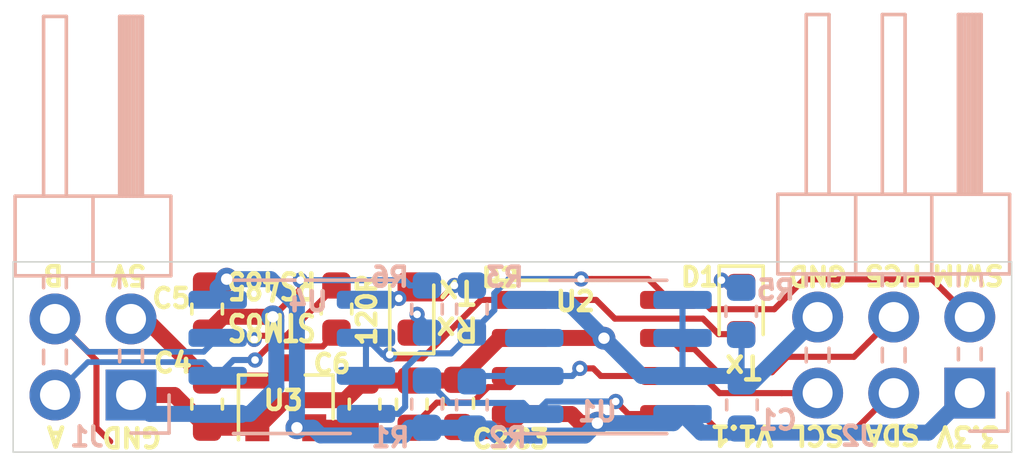
<source format=kicad_pcb>
(kicad_pcb (version 20171130) (host pcbnew 5.1.4-e60b266~84~ubuntu16.04.1)

  (general
    (thickness 1.6)
    (drawings 18)
    (tracks 227)
    (zones 0)
    (modules 20)
    (nets 15)
  )

  (page A4)
  (layers
    (0 F.Cu signal)
    (31 B.Cu signal)
    (32 B.Adhes user)
    (33 F.Adhes user)
    (34 B.Paste user)
    (35 F.Paste user)
    (36 B.SilkS user hide)
    (37 F.SilkS user)
    (38 B.Mask user)
    (39 F.Mask user)
    (40 Dwgs.User user)
    (41 Cmts.User user)
    (42 Eco1.User user)
    (43 Eco2.User user)
    (44 Edge.Cuts user)
    (45 Margin user)
    (46 B.CrtYd user)
    (47 F.CrtYd user)
    (48 B.Fab user hide)
    (49 F.Fab user hide)
  )

  (setup
    (last_trace_width 0.2032)
    (trace_clearance 0.1524)
    (zone_clearance 0.508)
    (zone_45_only no)
    (trace_min 0.1524)
    (via_size 0.508)
    (via_drill 0.254)
    (via_min_size 0.508)
    (via_min_drill 0.254)
    (uvia_size 0.3)
    (uvia_drill 0.1)
    (uvias_allowed no)
    (uvia_min_size 0.2)
    (uvia_min_drill 0.1)
    (edge_width 0.05)
    (segment_width 0.2)
    (pcb_text_width 0.3)
    (pcb_text_size 1.5 1.5)
    (mod_edge_width 0.12)
    (mod_text_size 1 1)
    (mod_text_width 0.15)
    (pad_size 1.524 1.524)
    (pad_drill 0.762)
    (pad_to_mask_clearance 0.051)
    (solder_mask_min_width 0.25)
    (aux_axis_origin 0 0)
    (visible_elements FFFFFFFF)
    (pcbplotparams
      (layerselection 0x010fc_ffffffff)
      (usegerberextensions false)
      (usegerberattributes false)
      (usegerberadvancedattributes false)
      (creategerberjobfile false)
      (excludeedgelayer true)
      (linewidth 0.100000)
      (plotframeref false)
      (viasonmask false)
      (mode 1)
      (useauxorigin false)
      (hpglpennumber 1)
      (hpglpenspeed 20)
      (hpglpendiameter 15.000000)
      (psnegative false)
      (psa4output false)
      (plotreference true)
      (plotvalue true)
      (plotinvisibletext false)
      (padsonsilk false)
      (subtractmaskfromsilk false)
      (outputformat 1)
      (mirror false)
      (drillshape 1)
      (scaleselection 1)
      (outputdirectory ""))
  )

  (net 0 "")
  (net 1 +3V3)
  (net 2 GND)
  (net 3 "Net-(C2-Pad2)")
  (net 4 +5V)
  (net 5 /SDA)
  (net 6 /SCL)
  (net 7 /SWIM.TX)
  (net 8 /DIR.RX)
  (net 9 /A)
  (net 10 /B)
  (net 11 /PC5)
  (net 12 "Net-(D1-Pad1)")
  (net 13 "Net-(D2-Pad1)")
  (net 14 "Net-(D2-Pad2)")

  (net_class Default "This is the default net class."
    (clearance 0.1524)
    (trace_width 0.2032)
    (via_dia 0.508)
    (via_drill 0.254)
    (uvia_dia 0.3)
    (uvia_drill 0.1)
    (add_net /A)
    (add_net /B)
    (add_net /DIR.RX)
    (add_net /PC5)
    (add_net /SCL)
    (add_net /SDA)
    (add_net /SWIM.TX)
    (add_net "Net-(C2-Pad2)")
    (add_net "Net-(D1-Pad1)")
    (add_net "Net-(D2-Pad1)")
    (add_net "Net-(D2-Pad2)")
  )

  (net_class Power ""
    (clearance 0.1524)
    (trace_width 0.5334)
    (via_dia 0.762)
    (via_drill 0.381)
    (uvia_dia 0.3)
    (uvia_drill 0.1)
    (add_net +3V3)
    (add_net +5V)
    (add_net GND)
  )

  (module Resistor_SMD:R_0603_1608Metric (layer B.Cu) (tedit 5B301BBD) (tstamp 5D699660)
    (at 158.9786 84.7599 90)
    (descr "Resistor SMD 0603 (1608 Metric), square (rectangular) end terminal, IPC_7351 nominal, (Body size source: http://www.tortai-tech.com/upload/download/2011102023233369053.pdf), generated with kicad-footprint-generator")
    (tags resistor)
    (path /5D6953AE)
    (attr smd)
    (fp_text reference R6 (at 1.0669 -1.2446 180) (layer B.SilkS)
      (effects (font (size 0.635 0.635) (thickness 0.1524)) (justify mirror))
    )
    (fp_text value 4k7 (at 0 -1.43 270) (layer B.Fab)
      (effects (font (size 1 1) (thickness 0.15)) (justify mirror))
    )
    (fp_text user %R (at 0 0 270) (layer B.Fab)
      (effects (font (size 0.4 0.4) (thickness 0.06)) (justify mirror))
    )
    (fp_line (start 1.48 -0.73) (end -1.48 -0.73) (layer B.CrtYd) (width 0.05))
    (fp_line (start 1.48 0.73) (end 1.48 -0.73) (layer B.CrtYd) (width 0.05))
    (fp_line (start -1.48 0.73) (end 1.48 0.73) (layer B.CrtYd) (width 0.05))
    (fp_line (start -1.48 -0.73) (end -1.48 0.73) (layer B.CrtYd) (width 0.05))
    (fp_line (start -0.162779 -0.51) (end 0.162779 -0.51) (layer B.SilkS) (width 0.12))
    (fp_line (start -0.162779 0.51) (end 0.162779 0.51) (layer B.SilkS) (width 0.12))
    (fp_line (start 0.8 -0.4) (end -0.8 -0.4) (layer B.Fab) (width 0.1))
    (fp_line (start 0.8 0.4) (end 0.8 -0.4) (layer B.Fab) (width 0.1))
    (fp_line (start -0.8 0.4) (end 0.8 0.4) (layer B.Fab) (width 0.1))
    (fp_line (start -0.8 -0.4) (end -0.8 0.4) (layer B.Fab) (width 0.1))
    (pad 2 smd roundrect (at 0.7875 0 90) (size 0.875 0.95) (layers B.Cu B.Paste B.Mask) (roundrect_rratio 0.25)
      (net 2 GND))
    (pad 1 smd roundrect (at -0.7875 0 90) (size 0.875 0.95) (layers B.Cu B.Paste B.Mask) (roundrect_rratio 0.25)
      (net 13 "Net-(D2-Pad1)"))
    (model ${KISYS3DMOD}/Resistor_SMD.3dshapes/R_0603_1608Metric.wrl
      (at (xyz 0 0 0))
      (scale (xyz 1 1 1))
      (rotate (xyz 0 0 0))
    )
  )

  (module Connector_PinHeader_2.54mm:PinHeader_2x02_P2.54mm_Horizontal (layer B.Cu) (tedit 59FED5CB) (tstamp 5DA359EE)
    (at 149.098 87.63 90)
    (descr "Through hole angled pin header, 2x02, 2.54mm pitch, 6mm pin length, double rows")
    (tags "Through hole angled pin header THT 2x02 2.54mm double row")
    (path /5D6881F7)
    (fp_text reference J1 (at -1.397 -1.4732 180) (layer B.SilkS)
      (effects (font (size 0.635 0.635) (thickness 0.15)) (justify mirror))
    )
    (fp_text value Conn_02x02_Odd_Even (at 5.655 -4.81 90) (layer B.Fab)
      (effects (font (size 1 1) (thickness 0.15)) (justify mirror))
    )
    (fp_text user %R (at 5.31 -1.27 180) (layer B.Fab)
      (effects (font (size 1 1) (thickness 0.15)) (justify mirror))
    )
    (fp_line (start 13.1 1.8) (end -1.8 1.8) (layer B.CrtYd) (width 0.05))
    (fp_line (start 13.1 -4.35) (end 13.1 1.8) (layer B.CrtYd) (width 0.05))
    (fp_line (start -1.8 -4.35) (end 13.1 -4.35) (layer B.CrtYd) (width 0.05))
    (fp_line (start -1.8 1.8) (end -1.8 -4.35) (layer B.CrtYd) (width 0.05))
    (fp_line (start -1.27 1.27) (end 0 1.27) (layer B.SilkS) (width 0.12))
    (fp_line (start -1.27 0) (end -1.27 1.27) (layer B.SilkS) (width 0.12))
    (fp_line (start 1.042929 -2.92) (end 1.497071 -2.92) (layer B.SilkS) (width 0.12))
    (fp_line (start 1.042929 -2.16) (end 1.497071 -2.16) (layer B.SilkS) (width 0.12))
    (fp_line (start 3.582929 -2.92) (end 3.98 -2.92) (layer B.SilkS) (width 0.12))
    (fp_line (start 3.582929 -2.16) (end 3.98 -2.16) (layer B.SilkS) (width 0.12))
    (fp_line (start 12.64 -2.92) (end 6.64 -2.92) (layer B.SilkS) (width 0.12))
    (fp_line (start 12.64 -2.16) (end 12.64 -2.92) (layer B.SilkS) (width 0.12))
    (fp_line (start 6.64 -2.16) (end 12.64 -2.16) (layer B.SilkS) (width 0.12))
    (fp_line (start 3.98 -1.27) (end 6.64 -1.27) (layer B.SilkS) (width 0.12))
    (fp_line (start 1.11 -0.38) (end 1.497071 -0.38) (layer B.SilkS) (width 0.12))
    (fp_line (start 1.11 0.38) (end 1.497071 0.38) (layer B.SilkS) (width 0.12))
    (fp_line (start 3.582929 -0.38) (end 3.98 -0.38) (layer B.SilkS) (width 0.12))
    (fp_line (start 3.582929 0.38) (end 3.98 0.38) (layer B.SilkS) (width 0.12))
    (fp_line (start 6.64 -0.28) (end 12.64 -0.28) (layer B.SilkS) (width 0.12))
    (fp_line (start 6.64 -0.16) (end 12.64 -0.16) (layer B.SilkS) (width 0.12))
    (fp_line (start 6.64 -0.04) (end 12.64 -0.04) (layer B.SilkS) (width 0.12))
    (fp_line (start 6.64 0.08) (end 12.64 0.08) (layer B.SilkS) (width 0.12))
    (fp_line (start 6.64 0.2) (end 12.64 0.2) (layer B.SilkS) (width 0.12))
    (fp_line (start 6.64 0.32) (end 12.64 0.32) (layer B.SilkS) (width 0.12))
    (fp_line (start 12.64 -0.38) (end 6.64 -0.38) (layer B.SilkS) (width 0.12))
    (fp_line (start 12.64 0.38) (end 12.64 -0.38) (layer B.SilkS) (width 0.12))
    (fp_line (start 6.64 0.38) (end 12.64 0.38) (layer B.SilkS) (width 0.12))
    (fp_line (start 6.64 1.33) (end 3.98 1.33) (layer B.SilkS) (width 0.12))
    (fp_line (start 6.64 -3.87) (end 6.64 1.33) (layer B.SilkS) (width 0.12))
    (fp_line (start 3.98 -3.87) (end 6.64 -3.87) (layer B.SilkS) (width 0.12))
    (fp_line (start 3.98 1.33) (end 3.98 -3.87) (layer B.SilkS) (width 0.12))
    (fp_line (start 6.58 -2.86) (end 12.58 -2.86) (layer B.Fab) (width 0.1))
    (fp_line (start 12.58 -2.22) (end 12.58 -2.86) (layer B.Fab) (width 0.1))
    (fp_line (start 6.58 -2.22) (end 12.58 -2.22) (layer B.Fab) (width 0.1))
    (fp_line (start -0.32 -2.86) (end 4.04 -2.86) (layer B.Fab) (width 0.1))
    (fp_line (start -0.32 -2.22) (end -0.32 -2.86) (layer B.Fab) (width 0.1))
    (fp_line (start -0.32 -2.22) (end 4.04 -2.22) (layer B.Fab) (width 0.1))
    (fp_line (start 6.58 -0.32) (end 12.58 -0.32) (layer B.Fab) (width 0.1))
    (fp_line (start 12.58 0.32) (end 12.58 -0.32) (layer B.Fab) (width 0.1))
    (fp_line (start 6.58 0.32) (end 12.58 0.32) (layer B.Fab) (width 0.1))
    (fp_line (start -0.32 -0.32) (end 4.04 -0.32) (layer B.Fab) (width 0.1))
    (fp_line (start -0.32 0.32) (end -0.32 -0.32) (layer B.Fab) (width 0.1))
    (fp_line (start -0.32 0.32) (end 4.04 0.32) (layer B.Fab) (width 0.1))
    (fp_line (start 4.04 0.635) (end 4.675 1.27) (layer B.Fab) (width 0.1))
    (fp_line (start 4.04 -3.81) (end 4.04 0.635) (layer B.Fab) (width 0.1))
    (fp_line (start 6.58 -3.81) (end 4.04 -3.81) (layer B.Fab) (width 0.1))
    (fp_line (start 6.58 1.27) (end 6.58 -3.81) (layer B.Fab) (width 0.1))
    (fp_line (start 4.675 1.27) (end 6.58 1.27) (layer B.Fab) (width 0.1))
    (pad 4 thru_hole oval (at 2.54 -2.54 90) (size 1.7 1.7) (drill 1) (layers *.Cu *.Mask)
      (net 10 /B))
    (pad 3 thru_hole oval (at 0 -2.54 90) (size 1.7 1.7) (drill 1) (layers *.Cu *.Mask)
      (net 9 /A))
    (pad 2 thru_hole oval (at 2.54 0 90) (size 1.7 1.7) (drill 1) (layers *.Cu *.Mask)
      (net 4 +5V))
    (pad 1 thru_hole rect (at 0 0 90) (size 1.7 1.7) (drill 1) (layers *.Cu *.Mask)
      (net 2 GND))
    (model ${KISYS3DMOD}/Connector_PinHeader_2.54mm.3dshapes/PinHeader_2x02_P2.54mm_Horizontal.wrl
      (at (xyz 0 0 0))
      (scale (xyz 1 1 1))
      (rotate (xyz 0 0 0))
    )
  )

  (module Package_SO:SOIC-8_3.9x4.9mm_P1.27mm (layer B.Cu) (tedit 5C97300E) (tstamp 5D6977FF)
    (at 154.46652 86.35492 180)
    (descr "SOIC, 8 Pin (JEDEC MS-012AA, https://www.analog.com/media/en/package-pcb-resources/package/pkg_pdf/soic_narrow-r/r_8.pdf), generated with kicad-footprint-generator ipc_gullwing_generator.py")
    (tags "SOIC SO")
    (path /5D62D5CA)
    (attr smd)
    (fp_text reference U4 (at -0.5446 1.8415) (layer B.SilkS)
      (effects (font (size 0.635 0.635) (thickness 0.1524)) (justify mirror))
    )
    (fp_text value SP3485CN (at 0 -3.4) (layer B.Fab)
      (effects (font (size 1 1) (thickness 0.15)) (justify mirror))
    )
    (fp_text user %R (at 0 0) (layer B.Fab)
      (effects (font (size 0.98 0.98) (thickness 0.15)) (justify mirror))
    )
    (fp_line (start 3.7 2.7) (end -3.7 2.7) (layer B.CrtYd) (width 0.05))
    (fp_line (start 3.7 -2.7) (end 3.7 2.7) (layer B.CrtYd) (width 0.05))
    (fp_line (start -3.7 -2.7) (end 3.7 -2.7) (layer B.CrtYd) (width 0.05))
    (fp_line (start -3.7 2.7) (end -3.7 -2.7) (layer B.CrtYd) (width 0.05))
    (fp_line (start -1.95 1.475) (end -0.975 2.45) (layer B.Fab) (width 0.1))
    (fp_line (start -1.95 -2.45) (end -1.95 1.475) (layer B.Fab) (width 0.1))
    (fp_line (start 1.95 -2.45) (end -1.95 -2.45) (layer B.Fab) (width 0.1))
    (fp_line (start 1.95 2.45) (end 1.95 -2.45) (layer B.Fab) (width 0.1))
    (fp_line (start -0.975 2.45) (end 1.95 2.45) (layer B.Fab) (width 0.1))
    (fp_line (start 0 2.56) (end -3.45 2.56) (layer B.SilkS) (width 0.12))
    (fp_line (start 0 2.56) (end 1.95 2.56) (layer B.SilkS) (width 0.12))
    (fp_line (start 0 -2.56) (end -1.95 -2.56) (layer B.SilkS) (width 0.12))
    (fp_line (start 0 -2.56) (end 1.95 -2.56) (layer B.SilkS) (width 0.12))
    (pad 8 smd roundrect (at 2.475 1.905 180) (size 1.95 0.6) (layers B.Cu B.Paste B.Mask) (roundrect_rratio 0.25)
      (net 1 +3V3))
    (pad 7 smd roundrect (at 2.475 0.635 180) (size 1.95 0.6) (layers B.Cu B.Paste B.Mask) (roundrect_rratio 0.25)
      (net 10 /B))
    (pad 6 smd roundrect (at 2.475 -0.635 180) (size 1.95 0.6) (layers B.Cu B.Paste B.Mask) (roundrect_rratio 0.25)
      (net 9 /A))
    (pad 5 smd roundrect (at 2.475 -1.905 180) (size 1.95 0.6) (layers B.Cu B.Paste B.Mask) (roundrect_rratio 0.25)
      (net 2 GND))
    (pad 4 smd roundrect (at -2.475 -1.905 180) (size 1.95 0.6) (layers B.Cu B.Paste B.Mask) (roundrect_rratio 0.25)
      (net 7 /SWIM.TX))
    (pad 3 smd roundrect (at -2.475 -0.635 180) (size 1.95 0.6) (layers B.Cu B.Paste B.Mask) (roundrect_rratio 0.25)
      (net 8 /DIR.RX))
    (pad 2 smd roundrect (at -2.475 0.635 180) (size 1.95 0.6) (layers B.Cu B.Paste B.Mask) (roundrect_rratio 0.25)
      (net 8 /DIR.RX))
    (pad 1 smd roundrect (at -2.475 1.905 180) (size 1.95 0.6) (layers B.Cu B.Paste B.Mask) (roundrect_rratio 0.25)
      (net 14 "Net-(D2-Pad2)"))
    (model ${KISYS3DMOD}/Package_SO.3dshapes/SOIC-8_3.9x4.9mm_P1.27mm.wrl
      (at (xyz 0 0 0))
      (scale (xyz 1 1 1))
      (rotate (xyz 0 0 0))
    )
  )

  (module Capacitor_SMD:C_0603_1608Metric (layer F.Cu) (tedit 5B301BBE) (tstamp 5D9D65C6)
    (at 158.4706 87.9347 270)
    (descr "Capacitor SMD 0603 (1608 Metric), square (rectangular) end terminal, IPC_7351 nominal, (Body size source: http://www.tortai-tech.com/upload/download/2011102023233369053.pdf), generated with kicad-footprint-generator")
    (tags capacitor)
    (path /5D6268DD)
    (attr smd)
    (fp_text reference C2 (at 1.1685 -2.6416) (layer F.SilkS)
      (effects (font (size 0.6096 0.6096) (thickness 0.1524)))
    )
    (fp_text value 1µF (at 0 1.43 90) (layer F.Fab)
      (effects (font (size 1 1) (thickness 0.15)))
    )
    (fp_text user %R (at 0 0 90) (layer F.Fab)
      (effects (font (size 0.4 0.4) (thickness 0.06)))
    )
    (fp_line (start 1.48 0.73) (end -1.48 0.73) (layer F.CrtYd) (width 0.05))
    (fp_line (start 1.48 -0.73) (end 1.48 0.73) (layer F.CrtYd) (width 0.05))
    (fp_line (start -1.48 -0.73) (end 1.48 -0.73) (layer F.CrtYd) (width 0.05))
    (fp_line (start -1.48 0.73) (end -1.48 -0.73) (layer F.CrtYd) (width 0.05))
    (fp_line (start -0.162779 0.51) (end 0.162779 0.51) (layer F.SilkS) (width 0.12))
    (fp_line (start -0.162779 -0.51) (end 0.162779 -0.51) (layer F.SilkS) (width 0.12))
    (fp_line (start 0.8 0.4) (end -0.8 0.4) (layer F.Fab) (width 0.1))
    (fp_line (start 0.8 -0.4) (end 0.8 0.4) (layer F.Fab) (width 0.1))
    (fp_line (start -0.8 -0.4) (end 0.8 -0.4) (layer F.Fab) (width 0.1))
    (fp_line (start -0.8 0.4) (end -0.8 -0.4) (layer F.Fab) (width 0.1))
    (pad 2 smd roundrect (at 0.7875 0 270) (size 0.875 0.95) (layers F.Cu F.Paste F.Mask) (roundrect_rratio 0.25)
      (net 3 "Net-(C2-Pad2)"))
    (pad 1 smd roundrect (at -0.7875 0 270) (size 0.875 0.95) (layers F.Cu F.Paste F.Mask) (roundrect_rratio 0.25)
      (net 2 GND))
    (model ${KISYS3DMOD}/Capacitor_SMD.3dshapes/C_0603_1608Metric.wrl
      (at (xyz 0 0 0))
      (scale (xyz 1 1 1))
      (rotate (xyz 0 0 0))
    )
  )

  (module Package_SO:SOIC-8_3.9x4.9mm_P1.27mm (layer B.Cu) (tedit 5C97300E) (tstamp 5D699E82)
    (at 165.035 86.36)
    (descr "SOIC, 8 Pin (JEDEC MS-012AA, https://www.analog.com/media/en/package-pcb-resources/package/pkg_pdf/soic_narrow-r/r_8.pdf), generated with kicad-footprint-generator ipc_gullwing_generator.py")
    (tags "SOIC SO")
    (path /5D664B0F)
    (attr smd)
    (fp_text reference U1 (at -0.3668 1.8288 180) (layer B.SilkS)
      (effects (font (size 0.635 0.635) (thickness 0.1524)) (justify mirror))
    )
    (fp_text value DS1621S (at 0 -3.4) (layer B.Fab)
      (effects (font (size 1 1) (thickness 0.15)) (justify mirror))
    )
    (fp_line (start 0 -2.56) (end 1.95 -2.56) (layer B.SilkS) (width 0.12))
    (fp_line (start 0 -2.56) (end -1.95 -2.56) (layer B.SilkS) (width 0.12))
    (fp_line (start 0 2.56) (end 1.95 2.56) (layer B.SilkS) (width 0.12))
    (fp_line (start 0 2.56) (end -3.45 2.56) (layer B.SilkS) (width 0.12))
    (fp_line (start -0.975 2.45) (end 1.95 2.45) (layer B.Fab) (width 0.1))
    (fp_line (start 1.95 2.45) (end 1.95 -2.45) (layer B.Fab) (width 0.1))
    (fp_line (start 1.95 -2.45) (end -1.95 -2.45) (layer B.Fab) (width 0.1))
    (fp_line (start -1.95 -2.45) (end -1.95 1.475) (layer B.Fab) (width 0.1))
    (fp_line (start -1.95 1.475) (end -0.975 2.45) (layer B.Fab) (width 0.1))
    (fp_line (start -3.7 2.7) (end -3.7 -2.7) (layer B.CrtYd) (width 0.05))
    (fp_line (start -3.7 -2.7) (end 3.7 -2.7) (layer B.CrtYd) (width 0.05))
    (fp_line (start 3.7 -2.7) (end 3.7 2.7) (layer B.CrtYd) (width 0.05))
    (fp_line (start 3.7 2.7) (end -3.7 2.7) (layer B.CrtYd) (width 0.05))
    (fp_text user %R (at 0 0) (layer B.Fab)
      (effects (font (size 0.98 0.98) (thickness 0.15)) (justify mirror))
    )
    (pad 1 smd roundrect (at -2.475 1.905) (size 1.95 0.6) (layers B.Cu B.Paste B.Mask) (roundrect_rratio 0.25)
      (net 5 /SDA))
    (pad 2 smd roundrect (at -2.475 0.635) (size 1.95 0.6) (layers B.Cu B.Paste B.Mask) (roundrect_rratio 0.25)
      (net 6 /SCL))
    (pad 3 smd roundrect (at -2.475 -0.635) (size 1.95 0.6) (layers B.Cu B.Paste B.Mask) (roundrect_rratio 0.25))
    (pad 4 smd roundrect (at -2.475 -1.905) (size 1.95 0.6) (layers B.Cu B.Paste B.Mask) (roundrect_rratio 0.25)
      (net 2 GND))
    (pad 5 smd roundrect (at 2.475 -1.905) (size 1.95 0.6) (layers B.Cu B.Paste B.Mask) (roundrect_rratio 0.25)
      (net 2 GND))
    (pad 6 smd roundrect (at 2.475 -0.635) (size 1.95 0.6) (layers B.Cu B.Paste B.Mask) (roundrect_rratio 0.25)
      (net 2 GND))
    (pad 7 smd roundrect (at 2.475 0.635) (size 1.95 0.6) (layers B.Cu B.Paste B.Mask) (roundrect_rratio 0.25)
      (net 2 GND))
    (pad 8 smd roundrect (at 2.475 1.905) (size 1.95 0.6) (layers B.Cu B.Paste B.Mask) (roundrect_rratio 0.25)
      (net 1 +3V3))
    (model ${KISYS3DMOD}/Package_SO.3dshapes/SOIC-8_3.9x4.9mm_P1.27mm.wrl
      (at (xyz 0 0 0))
      (scale (xyz 1 1 1))
      (rotate (xyz 0 0 0))
    )
  )

  (module LED_SMD:LED_0603_1608Metric (layer F.Cu) (tedit 5B301BBE) (tstamp 5DA303F2)
    (at 158.4706 84.7599 90)
    (descr "LED SMD 0603 (1608 Metric), square (rectangular) end terminal, IPC_7351 nominal, (Body size source: http://www.tortai-tech.com/upload/download/2011102023233369053.pdf), generated with kicad-footprint-generator")
    (tags diode)
    (path /5D695653)
    (attr smd)
    (fp_text reference D2 (at 1.0415 2.9464) (layer F.SilkS)
      (effects (font (size 0.6096 0.6096) (thickness 0.1524)))
    )
    (fp_text value "LED green" (at 0 1.43 90) (layer F.Fab)
      (effects (font (size 1 1) (thickness 0.15)))
    )
    (fp_line (start 0.8 -0.4) (end -0.5 -0.4) (layer F.Fab) (width 0.1))
    (fp_line (start -0.5 -0.4) (end -0.8 -0.1) (layer F.Fab) (width 0.1))
    (fp_line (start -0.8 -0.1) (end -0.8 0.4) (layer F.Fab) (width 0.1))
    (fp_line (start -0.8 0.4) (end 0.8 0.4) (layer F.Fab) (width 0.1))
    (fp_line (start 0.8 0.4) (end 0.8 -0.4) (layer F.Fab) (width 0.1))
    (fp_line (start 0.8 -0.735) (end -1.485 -0.735) (layer F.SilkS) (width 0.12))
    (fp_line (start -1.485 -0.735) (end -1.485 0.735) (layer F.SilkS) (width 0.12))
    (fp_line (start -1.485 0.735) (end 0.8 0.735) (layer F.SilkS) (width 0.12))
    (fp_line (start -1.48 0.73) (end -1.48 -0.73) (layer F.CrtYd) (width 0.05))
    (fp_line (start -1.48 -0.73) (end 1.48 -0.73) (layer F.CrtYd) (width 0.05))
    (fp_line (start 1.48 -0.73) (end 1.48 0.73) (layer F.CrtYd) (width 0.05))
    (fp_line (start 1.48 0.73) (end -1.48 0.73) (layer F.CrtYd) (width 0.05))
    (fp_text user %R (at 0 0 90) (layer F.Fab)
      (effects (font (size 0.4 0.4) (thickness 0.06)))
    )
    (pad 1 smd roundrect (at -0.7875 0 90) (size 0.875 0.95) (layers F.Cu F.Paste F.Mask) (roundrect_rratio 0.25)
      (net 13 "Net-(D2-Pad1)"))
    (pad 2 smd roundrect (at 0.7875 0 90) (size 0.875 0.95) (layers F.Cu F.Paste F.Mask) (roundrect_rratio 0.25)
      (net 14 "Net-(D2-Pad2)"))
    (model ${KISYS3DMOD}/LED_SMD.3dshapes/LED_0603_1608Metric.wrl
      (at (xyz 0 0 0))
      (scale (xyz 1 1 1))
      (rotate (xyz 0 0 0))
    )
  )

  (module Capacitor_SMD:C_0603_1608Metric (layer F.Cu) (tedit 5B301BBE) (tstamp 5D69747F)
    (at 151.638 84.7598 90)
    (descr "Capacitor SMD 0603 (1608 Metric), square (rectangular) end terminal, IPC_7351 nominal, (Body size source: http://www.tortai-tech.com/upload/download/2011102023233369053.pdf), generated with kicad-footprint-generator")
    (tags capacitor)
    (path /5D681791)
    (attr smd)
    (fp_text reference C5 (at 0.3556 -1.1938) (layer F.SilkS)
      (effects (font (size 0.635 0.635) (thickness 0.1524)))
    )
    (fp_text value 100nF (at 0 1.43 270) (layer F.Fab)
      (effects (font (size 1 1) (thickness 0.15)))
    )
    (fp_text user %R (at 0 0 270) (layer F.Fab)
      (effects (font (size 0.4 0.4) (thickness 0.06)))
    )
    (fp_line (start 1.48 0.73) (end -1.48 0.73) (layer F.CrtYd) (width 0.05))
    (fp_line (start 1.48 -0.73) (end 1.48 0.73) (layer F.CrtYd) (width 0.05))
    (fp_line (start -1.48 -0.73) (end 1.48 -0.73) (layer F.CrtYd) (width 0.05))
    (fp_line (start -1.48 0.73) (end -1.48 -0.73) (layer F.CrtYd) (width 0.05))
    (fp_line (start -0.162779 0.51) (end 0.162779 0.51) (layer F.SilkS) (width 0.12))
    (fp_line (start -0.162779 -0.51) (end 0.162779 -0.51) (layer F.SilkS) (width 0.12))
    (fp_line (start 0.8 0.4) (end -0.8 0.4) (layer F.Fab) (width 0.1))
    (fp_line (start 0.8 -0.4) (end 0.8 0.4) (layer F.Fab) (width 0.1))
    (fp_line (start -0.8 -0.4) (end 0.8 -0.4) (layer F.Fab) (width 0.1))
    (fp_line (start -0.8 0.4) (end -0.8 -0.4) (layer F.Fab) (width 0.1))
    (pad 2 smd roundrect (at 0.7875 0 90) (size 0.875 0.95) (layers F.Cu F.Paste F.Mask) (roundrect_rratio 0.25)
      (net 1 +3V3))
    (pad 1 smd roundrect (at -0.7875 0 90) (size 0.875 0.95) (layers F.Cu F.Paste F.Mask) (roundrect_rratio 0.25)
      (net 2 GND))
    (model ${KISYS3DMOD}/Capacitor_SMD.3dshapes/C_0603_1608Metric.wrl
      (at (xyz 0 0 0))
      (scale (xyz 1 1 1))
      (rotate (xyz 0 0 0))
    )
  )

  (module Resistor_SMD:R_0603_1608Metric (layer B.Cu) (tedit 5B301BBD) (tstamp 5D660948)
    (at 169.4688 84.8361 270)
    (descr "Resistor SMD 0603 (1608 Metric), square (rectangular) end terminal, IPC_7351 nominal, (Body size source: http://www.tortai-tech.com/upload/download/2011102023233369053.pdf), generated with kicad-footprint-generator")
    (tags resistor)
    (path /5D66386C)
    (attr smd)
    (fp_text reference R5 (at -0.7112 -1.1557) (layer B.SilkS)
      (effects (font (size 0.635 0.635) (thickness 0.1524)) (justify mirror))
    )
    (fp_text value 4k7 (at 0 -1.43 270) (layer B.Fab)
      (effects (font (size 1 1) (thickness 0.15)) (justify mirror))
    )
    (fp_text user %R (at 0 0 270) (layer B.Fab)
      (effects (font (size 0.4 0.4) (thickness 0.06)) (justify mirror))
    )
    (fp_line (start 1.48 -0.73) (end -1.48 -0.73) (layer B.CrtYd) (width 0.05))
    (fp_line (start 1.48 0.73) (end 1.48 -0.73) (layer B.CrtYd) (width 0.05))
    (fp_line (start -1.48 0.73) (end 1.48 0.73) (layer B.CrtYd) (width 0.05))
    (fp_line (start -1.48 -0.73) (end -1.48 0.73) (layer B.CrtYd) (width 0.05))
    (fp_line (start -0.162779 -0.51) (end 0.162779 -0.51) (layer B.SilkS) (width 0.12))
    (fp_line (start -0.162779 0.51) (end 0.162779 0.51) (layer B.SilkS) (width 0.12))
    (fp_line (start 0.8 -0.4) (end -0.8 -0.4) (layer B.Fab) (width 0.1))
    (fp_line (start 0.8 0.4) (end 0.8 -0.4) (layer B.Fab) (width 0.1))
    (fp_line (start -0.8 0.4) (end 0.8 0.4) (layer B.Fab) (width 0.1))
    (fp_line (start -0.8 -0.4) (end -0.8 0.4) (layer B.Fab) (width 0.1))
    (pad 2 smd roundrect (at 0.7875 0 270) (size 0.875 0.95) (layers B.Cu B.Paste B.Mask) (roundrect_rratio 0.25)
      (net 2 GND))
    (pad 1 smd roundrect (at -0.7875 0 270) (size 0.875 0.95) (layers B.Cu B.Paste B.Mask) (roundrect_rratio 0.25)
      (net 12 "Net-(D1-Pad1)"))
    (model ${KISYS3DMOD}/Resistor_SMD.3dshapes/R_0603_1608Metric.wrl
      (at (xyz 0 0 0))
      (scale (xyz 1 1 1))
      (rotate (xyz 0 0 0))
    )
  )

  (module LED_SMD:LED_0603_1608Metric (layer F.Cu) (tedit 5B301BBE) (tstamp 5DA0F3A9)
    (at 169.4688 84.8106 270)
    (descr "LED SMD 0603 (1608 Metric), square (rectangular) end terminal, IPC_7351 nominal, (Body size source: http://www.tortai-tech.com/upload/download/2011102023233369053.pdf), generated with kicad-footprint-generator")
    (tags diode)
    (path /5D66205C)
    (attr smd)
    (fp_text reference D1 (at -1.1176 1.397 180) (layer F.SilkS)
      (effects (font (size 0.6096 0.6096) (thickness 0.1524)))
    )
    (fp_text value "LED red" (at 0 1.43 90) (layer F.Fab)
      (effects (font (size 1 1) (thickness 0.15)))
    )
    (fp_text user %R (at 0 0 90) (layer F.Fab)
      (effects (font (size 0.4 0.4) (thickness 0.06)))
    )
    (fp_line (start 1.48 0.73) (end -1.48 0.73) (layer F.CrtYd) (width 0.05))
    (fp_line (start 1.48 -0.73) (end 1.48 0.73) (layer F.CrtYd) (width 0.05))
    (fp_line (start -1.48 -0.73) (end 1.48 -0.73) (layer F.CrtYd) (width 0.05))
    (fp_line (start -1.48 0.73) (end -1.48 -0.73) (layer F.CrtYd) (width 0.05))
    (fp_line (start -1.485 0.735) (end 0.8 0.735) (layer F.SilkS) (width 0.12))
    (fp_line (start -1.485 -0.735) (end -1.485 0.735) (layer F.SilkS) (width 0.12))
    (fp_line (start 0.8 -0.735) (end -1.485 -0.735) (layer F.SilkS) (width 0.12))
    (fp_line (start 0.8 0.4) (end 0.8 -0.4) (layer F.Fab) (width 0.1))
    (fp_line (start -0.8 0.4) (end 0.8 0.4) (layer F.Fab) (width 0.1))
    (fp_line (start -0.8 -0.1) (end -0.8 0.4) (layer F.Fab) (width 0.1))
    (fp_line (start -0.5 -0.4) (end -0.8 -0.1) (layer F.Fab) (width 0.1))
    (fp_line (start 0.8 -0.4) (end -0.5 -0.4) (layer F.Fab) (width 0.1))
    (pad 2 smd roundrect (at 0.7875 0 270) (size 0.875 0.95) (layers F.Cu F.Paste F.Mask) (roundrect_rratio 0.25)
      (net 8 /DIR.RX))
    (pad 1 smd roundrect (at -0.7875 0 270) (size 0.875 0.95) (layers F.Cu F.Paste F.Mask) (roundrect_rratio 0.25)
      (net 12 "Net-(D1-Pad1)"))
    (model ${KISYS3DMOD}/LED_SMD.3dshapes/LED_0603_1608Metric.wrl
      (at (xyz 0 0 0))
      (scale (xyz 1 1 1))
      (rotate (xyz 0 0 0))
    )
  )

  (module Connector_PinHeader_2.54mm:PinHeader_2x03_P2.54mm_Horizontal (layer B.Cu) (tedit 59FED5CB) (tstamp 5D659CD9)
    (at 177.1015 87.5665 90)
    (descr "Through hole angled pin header, 2x03, 2.54mm pitch, 6mm pin length, double rows")
    (tags "Through hole angled pin header THT 2x03 2.54mm double row")
    (path /5D65F106)
    (fp_text reference J2 (at -1.4351 -3.7465) (layer B.SilkS)
      (effects (font (size 0.635 0.635) (thickness 0.15)) (justify mirror))
    )
    (fp_text value Conn_02x03_Counter_Clockwise (at 5.655 -7.35 90) (layer B.Fab)
      (effects (font (size 1 1) (thickness 0.15)) (justify mirror))
    )
    (fp_text user %R (at 5.31 -2.54 180) (layer B.Fab)
      (effects (font (size 1 1) (thickness 0.15)) (justify mirror))
    )
    (fp_line (start 13.1 1.8) (end -1.8 1.8) (layer B.CrtYd) (width 0.05))
    (fp_line (start 13.1 -6.85) (end 13.1 1.8) (layer B.CrtYd) (width 0.05))
    (fp_line (start -1.8 -6.85) (end 13.1 -6.85) (layer B.CrtYd) (width 0.05))
    (fp_line (start -1.8 1.8) (end -1.8 -6.85) (layer B.CrtYd) (width 0.05))
    (fp_line (start -1.27 1.27) (end 0 1.27) (layer B.SilkS) (width 0.12))
    (fp_line (start -1.27 0) (end -1.27 1.27) (layer B.SilkS) (width 0.12))
    (fp_line (start 1.042929 -5.46) (end 1.497071 -5.46) (layer B.SilkS) (width 0.12))
    (fp_line (start 1.042929 -4.7) (end 1.497071 -4.7) (layer B.SilkS) (width 0.12))
    (fp_line (start 3.582929 -5.46) (end 3.98 -5.46) (layer B.SilkS) (width 0.12))
    (fp_line (start 3.582929 -4.7) (end 3.98 -4.7) (layer B.SilkS) (width 0.12))
    (fp_line (start 12.64 -5.46) (end 6.64 -5.46) (layer B.SilkS) (width 0.12))
    (fp_line (start 12.64 -4.7) (end 12.64 -5.46) (layer B.SilkS) (width 0.12))
    (fp_line (start 6.64 -4.7) (end 12.64 -4.7) (layer B.SilkS) (width 0.12))
    (fp_line (start 3.98 -3.81) (end 6.64 -3.81) (layer B.SilkS) (width 0.12))
    (fp_line (start 1.042929 -2.92) (end 1.497071 -2.92) (layer B.SilkS) (width 0.12))
    (fp_line (start 1.042929 -2.16) (end 1.497071 -2.16) (layer B.SilkS) (width 0.12))
    (fp_line (start 3.582929 -2.92) (end 3.98 -2.92) (layer B.SilkS) (width 0.12))
    (fp_line (start 3.582929 -2.16) (end 3.98 -2.16) (layer B.SilkS) (width 0.12))
    (fp_line (start 12.64 -2.92) (end 6.64 -2.92) (layer B.SilkS) (width 0.12))
    (fp_line (start 12.64 -2.16) (end 12.64 -2.92) (layer B.SilkS) (width 0.12))
    (fp_line (start 6.64 -2.16) (end 12.64 -2.16) (layer B.SilkS) (width 0.12))
    (fp_line (start 3.98 -1.27) (end 6.64 -1.27) (layer B.SilkS) (width 0.12))
    (fp_line (start 1.11 -0.38) (end 1.497071 -0.38) (layer B.SilkS) (width 0.12))
    (fp_line (start 1.11 0.38) (end 1.497071 0.38) (layer B.SilkS) (width 0.12))
    (fp_line (start 3.582929 -0.38) (end 3.98 -0.38) (layer B.SilkS) (width 0.12))
    (fp_line (start 3.582929 0.38) (end 3.98 0.38) (layer B.SilkS) (width 0.12))
    (fp_line (start 6.64 -0.28) (end 12.64 -0.28) (layer B.SilkS) (width 0.12))
    (fp_line (start 6.64 -0.16) (end 12.64 -0.16) (layer B.SilkS) (width 0.12))
    (fp_line (start 6.64 -0.04) (end 12.64 -0.04) (layer B.SilkS) (width 0.12))
    (fp_line (start 6.64 0.08) (end 12.64 0.08) (layer B.SilkS) (width 0.12))
    (fp_line (start 6.64 0.2) (end 12.64 0.2) (layer B.SilkS) (width 0.12))
    (fp_line (start 6.64 0.32) (end 12.64 0.32) (layer B.SilkS) (width 0.12))
    (fp_line (start 12.64 -0.38) (end 6.64 -0.38) (layer B.SilkS) (width 0.12))
    (fp_line (start 12.64 0.38) (end 12.64 -0.38) (layer B.SilkS) (width 0.12))
    (fp_line (start 6.64 0.38) (end 12.64 0.38) (layer B.SilkS) (width 0.12))
    (fp_line (start 6.64 1.33) (end 3.98 1.33) (layer B.SilkS) (width 0.12))
    (fp_line (start 6.64 -6.41) (end 6.64 1.33) (layer B.SilkS) (width 0.12))
    (fp_line (start 3.98 -6.41) (end 6.64 -6.41) (layer B.SilkS) (width 0.12))
    (fp_line (start 3.98 1.33) (end 3.98 -6.41) (layer B.SilkS) (width 0.12))
    (fp_line (start 6.58 -5.4) (end 12.58 -5.4) (layer B.Fab) (width 0.1))
    (fp_line (start 12.58 -4.76) (end 12.58 -5.4) (layer B.Fab) (width 0.1))
    (fp_line (start 6.58 -4.76) (end 12.58 -4.76) (layer B.Fab) (width 0.1))
    (fp_line (start -0.32 -5.4) (end 4.04 -5.4) (layer B.Fab) (width 0.1))
    (fp_line (start -0.32 -4.76) (end -0.32 -5.4) (layer B.Fab) (width 0.1))
    (fp_line (start -0.32 -4.76) (end 4.04 -4.76) (layer B.Fab) (width 0.1))
    (fp_line (start 6.58 -2.86) (end 12.58 -2.86) (layer B.Fab) (width 0.1))
    (fp_line (start 12.58 -2.22) (end 12.58 -2.86) (layer B.Fab) (width 0.1))
    (fp_line (start 6.58 -2.22) (end 12.58 -2.22) (layer B.Fab) (width 0.1))
    (fp_line (start -0.32 -2.86) (end 4.04 -2.86) (layer B.Fab) (width 0.1))
    (fp_line (start -0.32 -2.22) (end -0.32 -2.86) (layer B.Fab) (width 0.1))
    (fp_line (start -0.32 -2.22) (end 4.04 -2.22) (layer B.Fab) (width 0.1))
    (fp_line (start 6.58 -0.32) (end 12.58 -0.32) (layer B.Fab) (width 0.1))
    (fp_line (start 12.58 0.32) (end 12.58 -0.32) (layer B.Fab) (width 0.1))
    (fp_line (start 6.58 0.32) (end 12.58 0.32) (layer B.Fab) (width 0.1))
    (fp_line (start -0.32 -0.32) (end 4.04 -0.32) (layer B.Fab) (width 0.1))
    (fp_line (start -0.32 0.32) (end -0.32 -0.32) (layer B.Fab) (width 0.1))
    (fp_line (start -0.32 0.32) (end 4.04 0.32) (layer B.Fab) (width 0.1))
    (fp_line (start 4.04 0.635) (end 4.675 1.27) (layer B.Fab) (width 0.1))
    (fp_line (start 4.04 -6.35) (end 4.04 0.635) (layer B.Fab) (width 0.1))
    (fp_line (start 6.58 -6.35) (end 4.04 -6.35) (layer B.Fab) (width 0.1))
    (fp_line (start 6.58 1.27) (end 6.58 -6.35) (layer B.Fab) (width 0.1))
    (fp_line (start 4.675 1.27) (end 6.58 1.27) (layer B.Fab) (width 0.1))
    (pad 6 thru_hole oval (at 2.54 -5.08 90) (size 1.7 1.7) (drill 1) (layers *.Cu *.Mask)
      (net 2 GND))
    (pad 5 thru_hole oval (at 0 -5.08 90) (size 1.7 1.7) (drill 1) (layers *.Cu *.Mask)
      (net 6 /SCL))
    (pad 4 thru_hole oval (at 2.54 -2.54 90) (size 1.7 1.7) (drill 1) (layers *.Cu *.Mask)
      (net 11 /PC5))
    (pad 3 thru_hole oval (at 0 -2.54 90) (size 1.7 1.7) (drill 1) (layers *.Cu *.Mask)
      (net 5 /SDA))
    (pad 2 thru_hole oval (at 2.54 0 90) (size 1.7 1.7) (drill 1) (layers *.Cu *.Mask)
      (net 7 /SWIM.TX))
    (pad 1 thru_hole rect (at 0 0 90) (size 1.7 1.7) (drill 1) (layers *.Cu *.Mask)
      (net 1 +3V3))
    (model ${KISYS3DMOD}/Connector_PinHeader_2.54mm.3dshapes/PinHeader_2x03_P2.54mm_Horizontal.wrl
      (at (xyz 0 0 0))
      (scale (xyz 1 1 1))
      (rotate (xyz 0 0 0))
    )
  )

  (module Resistor_SMD:R_0603_1608Metric (layer B.Cu) (tedit 5B301BBD) (tstamp 5DA35F31)
    (at 160.4772 87.9603 90)
    (descr "Resistor SMD 0603 (1608 Metric), square (rectangular) end terminal, IPC_7351 nominal, (Body size source: http://www.tortai-tech.com/upload/download/2011102023233369053.pdf), generated with kicad-footprint-generator")
    (tags resistor)
    (path /5D6844C7)
    (attr smd)
    (fp_text reference R2 (at -1.0921 1.1938 180) (layer B.SilkS)
      (effects (font (size 0.635 0.635) (thickness 0.15)) (justify mirror))
    )
    (fp_text value 4k7 (at 0 -1.43 90) (layer B.Fab)
      (effects (font (size 1 1) (thickness 0.15)) (justify mirror))
    )
    (fp_text user %R (at 0 0 90) (layer B.Fab)
      (effects (font (size 0.4 0.4) (thickness 0.06)) (justify mirror))
    )
    (fp_line (start 1.48 -0.73) (end -1.48 -0.73) (layer B.CrtYd) (width 0.05))
    (fp_line (start 1.48 0.73) (end 1.48 -0.73) (layer B.CrtYd) (width 0.05))
    (fp_line (start -1.48 0.73) (end 1.48 0.73) (layer B.CrtYd) (width 0.05))
    (fp_line (start -1.48 -0.73) (end -1.48 0.73) (layer B.CrtYd) (width 0.05))
    (fp_line (start -0.162779 -0.51) (end 0.162779 -0.51) (layer B.SilkS) (width 0.12))
    (fp_line (start -0.162779 0.51) (end 0.162779 0.51) (layer B.SilkS) (width 0.12))
    (fp_line (start 0.8 -0.4) (end -0.8 -0.4) (layer B.Fab) (width 0.1))
    (fp_line (start 0.8 0.4) (end 0.8 -0.4) (layer B.Fab) (width 0.1))
    (fp_line (start -0.8 0.4) (end 0.8 0.4) (layer B.Fab) (width 0.1))
    (fp_line (start -0.8 -0.4) (end -0.8 0.4) (layer B.Fab) (width 0.1))
    (pad 2 smd roundrect (at 0.7875 0 90) (size 0.875 0.95) (layers B.Cu B.Paste B.Mask) (roundrect_rratio 0.25)
      (net 6 /SCL))
    (pad 1 smd roundrect (at -0.7875 0 90) (size 0.875 0.95) (layers B.Cu B.Paste B.Mask) (roundrect_rratio 0.25)
      (net 1 +3V3))
    (model ${KISYS3DMOD}/Resistor_SMD.3dshapes/R_0603_1608Metric.wrl
      (at (xyz 0 0 0))
      (scale (xyz 1 1 1))
      (rotate (xyz 0 0 0))
    )
  )

  (module Resistor_SMD:R_0603_1608Metric (layer B.Cu) (tedit 5B301BBD) (tstamp 5D659084)
    (at 158.9786 87.9349 90)
    (descr "Resistor SMD 0603 (1608 Metric), square (rectangular) end terminal, IPC_7351 nominal, (Body size source: http://www.tortai-tech.com/upload/download/2011102023233369053.pdf), generated with kicad-footprint-generator")
    (tags resistor)
    (path /5D685128)
    (attr smd)
    (fp_text reference R1 (at -1.1175 -1.2192 180) (layer B.SilkS)
      (effects (font (size 0.635 0.635) (thickness 0.15)) (justify mirror))
    )
    (fp_text value 4k7 (at 0 -1.43 90) (layer B.Fab)
      (effects (font (size 1 1) (thickness 0.15)) (justify mirror))
    )
    (fp_text user %R (at 0 0 90) (layer B.Fab)
      (effects (font (size 0.4 0.4) (thickness 0.06)) (justify mirror))
    )
    (fp_line (start 1.48 -0.73) (end -1.48 -0.73) (layer B.CrtYd) (width 0.05))
    (fp_line (start 1.48 0.73) (end 1.48 -0.73) (layer B.CrtYd) (width 0.05))
    (fp_line (start -1.48 0.73) (end 1.48 0.73) (layer B.CrtYd) (width 0.05))
    (fp_line (start -1.48 -0.73) (end -1.48 0.73) (layer B.CrtYd) (width 0.05))
    (fp_line (start -0.162779 -0.51) (end 0.162779 -0.51) (layer B.SilkS) (width 0.12))
    (fp_line (start -0.162779 0.51) (end 0.162779 0.51) (layer B.SilkS) (width 0.12))
    (fp_line (start 0.8 -0.4) (end -0.8 -0.4) (layer B.Fab) (width 0.1))
    (fp_line (start 0.8 0.4) (end 0.8 -0.4) (layer B.Fab) (width 0.1))
    (fp_line (start -0.8 0.4) (end 0.8 0.4) (layer B.Fab) (width 0.1))
    (fp_line (start -0.8 -0.4) (end -0.8 0.4) (layer B.Fab) (width 0.1))
    (pad 2 smd roundrect (at 0.7875 0 90) (size 0.875 0.95) (layers B.Cu B.Paste B.Mask) (roundrect_rratio 0.25)
      (net 5 /SDA))
    (pad 1 smd roundrect (at -0.7875 0 90) (size 0.875 0.95) (layers B.Cu B.Paste B.Mask) (roundrect_rratio 0.25)
      (net 1 +3V3))
    (model ${KISYS3DMOD}/Resistor_SMD.3dshapes/R_0603_1608Metric.wrl
      (at (xyz 0 0 0))
      (scale (xyz 1 1 1))
      (rotate (xyz 0 0 0))
    )
  )

  (module Package_SO:SOIC-8_3.9x4.9mm_P1.27mm (layer F.Cu) (tedit 5C97300E) (tstamp 5D62ED94)
    (at 164.5935 86.36)
    (descr "SOIC, 8 Pin (JEDEC MS-012AA, https://www.analog.com/media/en/package-pcb-resources/package/pkg_pdf/soic_narrow-r/r_8.pdf), generated with kicad-footprint-generator ipc_gullwing_generator.py")
    (tags "SOIC SO")
    (path /5D62645F)
    (attr smd)
    (fp_text reference U2 (at -0.6619 -1.8542) (layer F.SilkS)
      (effects (font (size 0.635 0.635) (thickness 0.1524)))
    )
    (fp_text value STM8S001J3M (at 0 3.4) (layer F.Fab)
      (effects (font (size 1 1) (thickness 0.15)))
    )
    (fp_text user %R (at 0 0) (layer F.Fab)
      (effects (font (size 0.98 0.98) (thickness 0.15)))
    )
    (fp_line (start 3.7 -2.7) (end -3.7 -2.7) (layer F.CrtYd) (width 0.05))
    (fp_line (start 3.7 2.7) (end 3.7 -2.7) (layer F.CrtYd) (width 0.05))
    (fp_line (start -3.7 2.7) (end 3.7 2.7) (layer F.CrtYd) (width 0.05))
    (fp_line (start -3.7 -2.7) (end -3.7 2.7) (layer F.CrtYd) (width 0.05))
    (fp_line (start -1.95 -1.475) (end -0.975 -2.45) (layer F.Fab) (width 0.1))
    (fp_line (start -1.95 2.45) (end -1.95 -1.475) (layer F.Fab) (width 0.1))
    (fp_line (start 1.95 2.45) (end -1.95 2.45) (layer F.Fab) (width 0.1))
    (fp_line (start 1.95 -2.45) (end 1.95 2.45) (layer F.Fab) (width 0.1))
    (fp_line (start -0.975 -2.45) (end 1.95 -2.45) (layer F.Fab) (width 0.1))
    (fp_line (start 0 -2.56) (end -3.45 -2.56) (layer F.SilkS) (width 0.12))
    (fp_line (start 0 -2.56) (end 1.95 -2.56) (layer F.SilkS) (width 0.12))
    (fp_line (start 0 2.56) (end -1.95 2.56) (layer F.SilkS) (width 0.12))
    (fp_line (start 0 2.56) (end 1.95 2.56) (layer F.SilkS) (width 0.12))
    (pad 8 smd roundrect (at 2.475 -1.905) (size 1.95 0.6) (layers F.Cu F.Paste F.Mask) (roundrect_rratio 0.25)
      (net 7 /SWIM.TX))
    (pad 7 smd roundrect (at 2.475 -0.635) (size 1.95 0.6) (layers F.Cu F.Paste F.Mask) (roundrect_rratio 0.25)
      (net 11 /PC5))
    (pad 6 smd roundrect (at 2.475 0.635) (size 1.95 0.6) (layers F.Cu F.Paste F.Mask) (roundrect_rratio 0.25)
      (net 6 /SCL))
    (pad 5 smd roundrect (at 2.475 1.905) (size 1.95 0.6) (layers F.Cu F.Paste F.Mask) (roundrect_rratio 0.25)
      (net 5 /SDA))
    (pad 4 smd roundrect (at -2.475 1.905) (size 1.95 0.6) (layers F.Cu F.Paste F.Mask) (roundrect_rratio 0.25)
      (net 1 +3V3))
    (pad 3 smd roundrect (at -2.475 0.635) (size 1.95 0.6) (layers F.Cu F.Paste F.Mask) (roundrect_rratio 0.25)
      (net 3 "Net-(C2-Pad2)"))
    (pad 2 smd roundrect (at -2.475 -0.635) (size 1.95 0.6) (layers F.Cu F.Paste F.Mask) (roundrect_rratio 0.25)
      (net 2 GND))
    (pad 1 smd roundrect (at -2.475 -1.905) (size 1.95 0.6) (layers F.Cu F.Paste F.Mask) (roundrect_rratio 0.25)
      (net 8 /DIR.RX))
    (model ${KISYS3DMOD}/Package_SO.3dshapes/SOIC-8_3.9x4.9mm_P1.27mm.wrl
      (at (xyz 0 0 0))
      (scale (xyz 1 1 1))
      (rotate (xyz 0 0 0))
    )
  )

  (module Package_TO_SOT_SMD:SOT-23 (layer F.Cu) (tedit 5A02FF57) (tstamp 5D9E37DE)
    (at 154.2644 87.7222 90)
    (descr "SOT-23, Standard")
    (tags SOT-23)
    (path /5D63F51C)
    (attr smd)
    (fp_text reference U3 (at -0.0856 -0.0864 180) (layer F.SilkS)
      (effects (font (size 0.635 0.635) (thickness 0.1524)))
    )
    (fp_text value XC6206P332MR (at 0 2.5 90) (layer F.Fab)
      (effects (font (size 1 1) (thickness 0.15)))
    )
    (fp_line (start 0.76 1.58) (end -0.7 1.58) (layer F.SilkS) (width 0.12))
    (fp_line (start 0.76 -1.58) (end -1.4 -1.58) (layer F.SilkS) (width 0.12))
    (fp_line (start -1.7 1.75) (end -1.7 -1.75) (layer F.CrtYd) (width 0.05))
    (fp_line (start 1.7 1.75) (end -1.7 1.75) (layer F.CrtYd) (width 0.05))
    (fp_line (start 1.7 -1.75) (end 1.7 1.75) (layer F.CrtYd) (width 0.05))
    (fp_line (start -1.7 -1.75) (end 1.7 -1.75) (layer F.CrtYd) (width 0.05))
    (fp_line (start 0.76 -1.58) (end 0.76 -0.65) (layer F.SilkS) (width 0.12))
    (fp_line (start 0.76 1.58) (end 0.76 0.65) (layer F.SilkS) (width 0.12))
    (fp_line (start -0.7 1.52) (end 0.7 1.52) (layer F.Fab) (width 0.1))
    (fp_line (start 0.7 -1.52) (end 0.7 1.52) (layer F.Fab) (width 0.1))
    (fp_line (start -0.7 -0.95) (end -0.15 -1.52) (layer F.Fab) (width 0.1))
    (fp_line (start -0.15 -1.52) (end 0.7 -1.52) (layer F.Fab) (width 0.1))
    (fp_line (start -0.7 -0.95) (end -0.7 1.5) (layer F.Fab) (width 0.1))
    (fp_text user %R (at 0 0) (layer F.Fab)
      (effects (font (size 0.5 0.5) (thickness 0.075)))
    )
    (pad 3 smd rect (at 1 0 90) (size 0.9 0.8) (layers F.Cu F.Paste F.Mask)
      (net 4 +5V))
    (pad 2 smd rect (at -1 0.95 90) (size 0.9 0.8) (layers F.Cu F.Paste F.Mask)
      (net 1 +3V3))
    (pad 1 smd rect (at -1 -0.95 90) (size 0.9 0.8) (layers F.Cu F.Paste F.Mask)
      (net 2 GND))
    (model ${KISYS3DMOD}/Package_TO_SOT_SMD.3dshapes/SOT-23.wrl
      (at (xyz 0 0 0))
      (scale (xyz 1 1 1))
      (rotate (xyz 0 0 0))
    )
  )

  (module Resistor_SMD:R_0603_1608Metric (layer F.Cu) (tedit 5B301BBD) (tstamp 5DA2F8B8)
    (at 155.956 84.7597 90)
    (descr "Resistor SMD 0603 (1608 Metric), square (rectangular) end terminal, IPC_7351 nominal, (Body size source: http://www.tortai-tech.com/upload/download/2011102023233369053.pdf), generated with kicad-footprint-generator")
    (tags resistor)
    (path /5D68C366)
    (attr smd)
    (fp_text reference 120R (at -0.0255 1.016 270) (layer F.SilkS)
      (effects (font (size 0.6096 0.6096) (thickness 0.1524)))
    )
    (fp_text value 120R (at 0 1.43 90) (layer F.Fab)
      (effects (font (size 1 1) (thickness 0.15)))
    )
    (fp_text user %R (at 0 0 90) (layer F.Fab)
      (effects (font (size 0.4 0.4) (thickness 0.06)))
    )
    (fp_line (start 1.48 0.73) (end -1.48 0.73) (layer F.CrtYd) (width 0.05))
    (fp_line (start 1.48 -0.73) (end 1.48 0.73) (layer F.CrtYd) (width 0.05))
    (fp_line (start -1.48 -0.73) (end 1.48 -0.73) (layer F.CrtYd) (width 0.05))
    (fp_line (start -1.48 0.73) (end -1.48 -0.73) (layer F.CrtYd) (width 0.05))
    (fp_line (start -0.162779 0.51) (end 0.162779 0.51) (layer F.SilkS) (width 0.12))
    (fp_line (start -0.162779 -0.51) (end 0.162779 -0.51) (layer F.SilkS) (width 0.12))
    (fp_line (start 0.8 0.4) (end -0.8 0.4) (layer F.Fab) (width 0.1))
    (fp_line (start 0.8 -0.4) (end 0.8 0.4) (layer F.Fab) (width 0.1))
    (fp_line (start -0.8 -0.4) (end 0.8 -0.4) (layer F.Fab) (width 0.1))
    (fp_line (start -0.8 0.4) (end -0.8 -0.4) (layer F.Fab) (width 0.1))
    (pad 2 smd roundrect (at 0.7875 0 90) (size 0.875 0.95) (layers F.Cu F.Paste F.Mask) (roundrect_rratio 0.25)
      (net 10 /B))
    (pad 1 smd roundrect (at -0.7875 0 90) (size 0.875 0.95) (layers F.Cu F.Paste F.Mask) (roundrect_rratio 0.25)
      (net 9 /A))
    (model ${KISYS3DMOD}/Resistor_SMD.3dshapes/R_0603_1608Metric.wrl
      (at (xyz 0 0 0))
      (scale (xyz 1 1 1))
      (rotate (xyz 0 0 0))
    )
  )

  (module Resistor_SMD:R_0603_1608Metric (layer B.Cu) (tedit 5B301BBD) (tstamp 5DA357F9)
    (at 160.4772 84.7597 90)
    (descr "Resistor SMD 0603 (1608 Metric), square (rectangular) end terminal, IPC_7351 nominal, (Body size source: http://www.tortai-tech.com/upload/download/2011102023233369053.pdf), generated with kicad-footprint-generator")
    (tags resistor)
    (path /5D62DDF9)
    (attr smd)
    (fp_text reference R3 (at 1.0667 1.0922) (layer B.SilkS)
      (effects (font (size 0.635 0.635) (thickness 0.15)) (justify mirror))
    )
    (fp_text value 4k7 (at 0 -1.43 90) (layer B.Fab)
      (effects (font (size 1 1) (thickness 0.15)) (justify mirror))
    )
    (fp_text user %R (at 0 0 90) (layer B.Fab)
      (effects (font (size 0.4 0.4) (thickness 0.06)) (justify mirror))
    )
    (fp_line (start 1.48 -0.73) (end -1.48 -0.73) (layer B.CrtYd) (width 0.05))
    (fp_line (start 1.48 0.73) (end 1.48 -0.73) (layer B.CrtYd) (width 0.05))
    (fp_line (start -1.48 0.73) (end 1.48 0.73) (layer B.CrtYd) (width 0.05))
    (fp_line (start -1.48 -0.73) (end -1.48 0.73) (layer B.CrtYd) (width 0.05))
    (fp_line (start -0.162779 -0.51) (end 0.162779 -0.51) (layer B.SilkS) (width 0.12))
    (fp_line (start -0.162779 0.51) (end 0.162779 0.51) (layer B.SilkS) (width 0.12))
    (fp_line (start 0.8 -0.4) (end -0.8 -0.4) (layer B.Fab) (width 0.1))
    (fp_line (start 0.8 0.4) (end 0.8 -0.4) (layer B.Fab) (width 0.1))
    (fp_line (start -0.8 0.4) (end 0.8 0.4) (layer B.Fab) (width 0.1))
    (fp_line (start -0.8 -0.4) (end -0.8 0.4) (layer B.Fab) (width 0.1))
    (pad 2 smd roundrect (at 0.7875 0 90) (size 0.875 0.95) (layers B.Cu B.Paste B.Mask) (roundrect_rratio 0.25)
      (net 14 "Net-(D2-Pad2)"))
    (pad 1 smd roundrect (at -0.7875 0 90) (size 0.875 0.95) (layers B.Cu B.Paste B.Mask) (roundrect_rratio 0.25)
      (net 7 /SWIM.TX))
    (model ${KISYS3DMOD}/Resistor_SMD.3dshapes/R_0603_1608Metric.wrl
      (at (xyz 0 0 0))
      (scale (xyz 1 1 1))
      (rotate (xyz 0 0 0))
    )
  )

  (module Capacitor_SMD:C_0603_1608Metric (layer F.Cu) (tedit 5B301BBE) (tstamp 5DA0F67D)
    (at 156.8958 87.9347 270)
    (descr "Capacitor SMD 0603 (1608 Metric), square (rectangular) end terminal, IPC_7351 nominal, (Body size source: http://www.tortai-tech.com/upload/download/2011102023233369053.pdf), generated with kicad-footprint-generator")
    (tags capacitor)
    (path /5D64FE52)
    (attr smd)
    (fp_text reference C6 (at -1.3461 1.0922 180) (layer F.SilkS)
      (effects (font (size 0.6096 0.6096) (thickness 0.1524)))
    )
    (fp_text value 1µF (at 0 1.43 90) (layer F.Fab)
      (effects (font (size 1 1) (thickness 0.15)))
    )
    (fp_text user %R (at 0 0 90) (layer F.Fab)
      (effects (font (size 0.4 0.4) (thickness 0.06)))
    )
    (fp_line (start 1.48 0.73) (end -1.48 0.73) (layer F.CrtYd) (width 0.05))
    (fp_line (start 1.48 -0.73) (end 1.48 0.73) (layer F.CrtYd) (width 0.05))
    (fp_line (start -1.48 -0.73) (end 1.48 -0.73) (layer F.CrtYd) (width 0.05))
    (fp_line (start -1.48 0.73) (end -1.48 -0.73) (layer F.CrtYd) (width 0.05))
    (fp_line (start -0.162779 0.51) (end 0.162779 0.51) (layer F.SilkS) (width 0.12))
    (fp_line (start -0.162779 -0.51) (end 0.162779 -0.51) (layer F.SilkS) (width 0.12))
    (fp_line (start 0.8 0.4) (end -0.8 0.4) (layer F.Fab) (width 0.1))
    (fp_line (start 0.8 -0.4) (end 0.8 0.4) (layer F.Fab) (width 0.1))
    (fp_line (start -0.8 -0.4) (end 0.8 -0.4) (layer F.Fab) (width 0.1))
    (fp_line (start -0.8 0.4) (end -0.8 -0.4) (layer F.Fab) (width 0.1))
    (pad 2 smd roundrect (at 0.7875 0 270) (size 0.875 0.95) (layers F.Cu F.Paste F.Mask) (roundrect_rratio 0.25)
      (net 1 +3V3))
    (pad 1 smd roundrect (at -0.7875 0 270) (size 0.875 0.95) (layers F.Cu F.Paste F.Mask) (roundrect_rratio 0.25)
      (net 2 GND))
    (model ${KISYS3DMOD}/Capacitor_SMD.3dshapes/C_0603_1608Metric.wrl
      (at (xyz 0 0 0))
      (scale (xyz 1 1 1))
      (rotate (xyz 0 0 0))
    )
  )

  (module Capacitor_SMD:C_0603_1608Metric (layer F.Cu) (tedit 5B301BBE) (tstamp 5DA3595D)
    (at 151.638 87.9349 90)
    (descr "Capacitor SMD 0603 (1608 Metric), square (rectangular) end terminal, IPC_7351 nominal, (Body size source: http://www.tortai-tech.com/upload/download/2011102023233369053.pdf), generated with kicad-footprint-generator")
    (tags capacitor)
    (path /5D6508C2)
    (attr smd)
    (fp_text reference C4 (at 1.3717 -1.143 180) (layer F.SilkS)
      (effects (font (size 0.635 0.635) (thickness 0.1524)))
    )
    (fp_text value 1uF (at 0 1.43 90) (layer F.Fab)
      (effects (font (size 1 1) (thickness 0.15)))
    )
    (fp_text user %R (at 0 0 90) (layer F.Fab)
      (effects (font (size 0.4 0.4) (thickness 0.06)))
    )
    (fp_line (start 1.48 0.73) (end -1.48 0.73) (layer F.CrtYd) (width 0.05))
    (fp_line (start 1.48 -0.73) (end 1.48 0.73) (layer F.CrtYd) (width 0.05))
    (fp_line (start -1.48 -0.73) (end 1.48 -0.73) (layer F.CrtYd) (width 0.05))
    (fp_line (start -1.48 0.73) (end -1.48 -0.73) (layer F.CrtYd) (width 0.05))
    (fp_line (start -0.162779 0.51) (end 0.162779 0.51) (layer F.SilkS) (width 0.12))
    (fp_line (start -0.162779 -0.51) (end 0.162779 -0.51) (layer F.SilkS) (width 0.12))
    (fp_line (start 0.8 0.4) (end -0.8 0.4) (layer F.Fab) (width 0.1))
    (fp_line (start 0.8 -0.4) (end 0.8 0.4) (layer F.Fab) (width 0.1))
    (fp_line (start -0.8 -0.4) (end 0.8 -0.4) (layer F.Fab) (width 0.1))
    (fp_line (start -0.8 0.4) (end -0.8 -0.4) (layer F.Fab) (width 0.1))
    (pad 2 smd roundrect (at 0.7875 0 90) (size 0.875 0.95) (layers F.Cu F.Paste F.Mask) (roundrect_rratio 0.25)
      (net 4 +5V))
    (pad 1 smd roundrect (at -0.7875 0 90) (size 0.875 0.95) (layers F.Cu F.Paste F.Mask) (roundrect_rratio 0.25)
      (net 2 GND))
    (model ${KISYS3DMOD}/Capacitor_SMD.3dshapes/C_0603_1608Metric.wrl
      (at (xyz 0 0 0))
      (scale (xyz 1 1 1))
      (rotate (xyz 0 0 0))
    )
  )

  (module Capacitor_SMD:C_0603_1608Metric (layer F.Cu) (tedit 5B301BBE) (tstamp 5D699986)
    (at 160.02 87.9095 270)
    (descr "Capacitor SMD 0603 (1608 Metric), square (rectangular) end terminal, IPC_7351 nominal, (Body size source: http://www.tortai-tech.com/upload/download/2011102023233369053.pdf), generated with kicad-footprint-generator")
    (tags capacitor)
    (path /5D63431B)
    (attr smd)
    (fp_text reference C3 (at 1.1937 -2.413) (layer F.SilkS)
      (effects (font (size 0.6096 0.6096) (thickness 0.1524)))
    )
    (fp_text value 100nF (at 0 1.43 90) (layer F.Fab)
      (effects (font (size 1 1) (thickness 0.15)))
    )
    (fp_text user %R (at 0 0 90) (layer F.Fab)
      (effects (font (size 0.4 0.4) (thickness 0.06)))
    )
    (fp_line (start 1.48 0.73) (end -1.48 0.73) (layer F.CrtYd) (width 0.05))
    (fp_line (start 1.48 -0.73) (end 1.48 0.73) (layer F.CrtYd) (width 0.05))
    (fp_line (start -1.48 -0.73) (end 1.48 -0.73) (layer F.CrtYd) (width 0.05))
    (fp_line (start -1.48 0.73) (end -1.48 -0.73) (layer F.CrtYd) (width 0.05))
    (fp_line (start -0.162779 0.51) (end 0.162779 0.51) (layer F.SilkS) (width 0.12))
    (fp_line (start -0.162779 -0.51) (end 0.162779 -0.51) (layer F.SilkS) (width 0.12))
    (fp_line (start 0.8 0.4) (end -0.8 0.4) (layer F.Fab) (width 0.1))
    (fp_line (start 0.8 -0.4) (end 0.8 0.4) (layer F.Fab) (width 0.1))
    (fp_line (start -0.8 -0.4) (end 0.8 -0.4) (layer F.Fab) (width 0.1))
    (fp_line (start -0.8 0.4) (end -0.8 -0.4) (layer F.Fab) (width 0.1))
    (pad 2 smd roundrect (at 0.7875 0 270) (size 0.875 0.95) (layers F.Cu F.Paste F.Mask) (roundrect_rratio 0.25)
      (net 1 +3V3))
    (pad 1 smd roundrect (at -0.7875 0 270) (size 0.875 0.95) (layers F.Cu F.Paste F.Mask) (roundrect_rratio 0.25)
      (net 2 GND))
    (model ${KISYS3DMOD}/Capacitor_SMD.3dshapes/C_0603_1608Metric.wrl
      (at (xyz 0 0 0))
      (scale (xyz 1 1 1))
      (rotate (xyz 0 0 0))
    )
  )

  (module Capacitor_SMD:C_0603_1608Metric (layer B.Cu) (tedit 5B301BBE) (tstamp 5D66C921)
    (at 169.4942 87.9603 270)
    (descr "Capacitor SMD 0603 (1608 Metric), square (rectangular) end terminal, IPC_7351 nominal, (Body size source: http://www.tortai-tech.com/upload/download/2011102023233369053.pdf), generated with kicad-footprint-generator")
    (tags capacitor)
    (path /5D674DF2)
    (attr smd)
    (fp_text reference C1 (at 0.5079 -1.1938 180) (layer B.SilkS)
      (effects (font (size 0.635 0.635) (thickness 0.15)) (justify mirror))
    )
    (fp_text value 100nF (at 0 -1.43 270) (layer B.Fab)
      (effects (font (size 1 1) (thickness 0.15)) (justify mirror))
    )
    (fp_text user %R (at 0 0 270) (layer B.Fab)
      (effects (font (size 0.4 0.4) (thickness 0.06)) (justify mirror))
    )
    (fp_line (start 1.48 -0.73) (end -1.48 -0.73) (layer B.CrtYd) (width 0.05))
    (fp_line (start 1.48 0.73) (end 1.48 -0.73) (layer B.CrtYd) (width 0.05))
    (fp_line (start -1.48 0.73) (end 1.48 0.73) (layer B.CrtYd) (width 0.05))
    (fp_line (start -1.48 -0.73) (end -1.48 0.73) (layer B.CrtYd) (width 0.05))
    (fp_line (start -0.162779 -0.51) (end 0.162779 -0.51) (layer B.SilkS) (width 0.12))
    (fp_line (start -0.162779 0.51) (end 0.162779 0.51) (layer B.SilkS) (width 0.12))
    (fp_line (start 0.8 -0.4) (end -0.8 -0.4) (layer B.Fab) (width 0.1))
    (fp_line (start 0.8 0.4) (end 0.8 -0.4) (layer B.Fab) (width 0.1))
    (fp_line (start -0.8 0.4) (end 0.8 0.4) (layer B.Fab) (width 0.1))
    (fp_line (start -0.8 -0.4) (end -0.8 0.4) (layer B.Fab) (width 0.1))
    (pad 2 smd roundrect (at 0.7875 0 270) (size 0.875 0.95) (layers B.Cu B.Paste B.Mask) (roundrect_rratio 0.25)
      (net 1 +3V3))
    (pad 1 smd roundrect (at -0.7875 0 270) (size 0.875 0.95) (layers B.Cu B.Paste B.Mask) (roundrect_rratio 0.25)
      (net 2 GND))
    (model ${KISYS3DMOD}/Capacitor_SMD.3dshapes/C_0603_1608Metric.wrl
      (at (xyz 0 0 0))
      (scale (xyz 1 1 1))
      (rotate (xyz 0 0 0))
    )
  )

  (gr_text Tx (at 169.545 86.6902 180) (layer F.SilkS)
    (effects (font (size 0.762 0.762) (thickness 0.1524)))
  )
  (gr_text "Rx\nTx" (at 159.9946 84.8106 180) (layer F.SilkS)
    (effects (font (size 0.762 0.762) (thickness 0.1524)))
  )
  (gr_text V1.1 (at 169.4942 88.9762 180) (layer F.SilkS)
    (effects (font (size 0.635 0.635) (thickness 0.1524)))
  )
  (gr_text "STM8S\nRS485" (at 153.797 84.6582 180) (layer F.SilkS) (tstamp 5DA334EF)
    (effects (font (size 0.8636 0.6096) (thickness 0.1524)))
  )
  (gr_text SCL (at 172.0088 88.9762 180) (layer F.SilkS)
    (effects (font (size 0.635 0.635) (thickness 0.1524)))
  )
  (gr_text 5V (at 149.0218 83.6168 180) (layer F.SilkS)
    (effects (font (size 0.635 0.635) (thickness 0.1524)))
  )
  (gr_text B (at 146.5072 83.6168 180) (layer F.SilkS)
    (effects (font (size 0.635 0.635) (thickness 0.1524)))
  )
  (gr_text A (at 146.5834 89.0016 180) (layer F.SilkS)
    (effects (font (size 0.635 0.635) (thickness 0.1524)))
  )
  (gr_text GND (at 149.1234 89.027 180) (layer F.SilkS)
    (effects (font (size 0.635 0.635) (thickness 0.1524)))
  )
  (gr_text SWIM (at 177.038 83.6168 180) (layer F.SilkS)
    (effects (font (size 0.635 0.635) (thickness 0.1524)))
  )
  (gr_text GND (at 172.0342 83.6422 180) (layer F.SilkS)
    (effects (font (size 0.635 0.635) (thickness 0.1524)))
  )
  (gr_text PC5 (at 174.5488 83.6168 180) (layer F.SilkS)
    (effects (font (size 0.635 0.635) (thickness 0.1524)))
  )
  (gr_text SDA (at 174.5234 88.9508 180) (layer F.SilkS)
    (effects (font (size 0.635 0.635) (thickness 0.1524)))
  )
  (gr_text 3.3V (at 177.038 89.0016 180) (layer F.SilkS)
    (effects (font (size 0.635 0.635) (thickness 0.1524)))
  )
  (gr_line (start 145.161 83.185) (end 145.161 89.535) (layer Edge.Cuts) (width 0.05) (tstamp 5D64B7A1))
  (gr_line (start 178.4985 83.185) (end 178.4985 89.535) (layer Edge.Cuts) (width 0.05) (tstamp 5D64B3CA))
  (gr_line (start 178.4985 89.535) (end 145.161 89.535) (layer Edge.Cuts) (width 0.05) (tstamp 5D64B325))
  (gr_line (start 145.161 83.185) (end 178.4985 83.185) (layer Edge.Cuts) (width 0.05) (tstamp 5D64B370))

  (via (at 164.6682 88.5698) (size 0.762) (drill 0.381) (layers F.Cu B.Cu) (net 1))
  (segment (start 162.1185 88.265) (end 161.877 88.5065) (width 0.5334) (layer F.Cu) (net 1))
  (segment (start 162.1185 88.265) (end 163.797314 88.265) (width 0.5334) (layer F.Cu) (net 1))
  (segment (start 160.02 88.697) (end 159.971437 88.648437) (width 0.5334) (layer F.Cu) (net 1))
  (segment (start 175.737999 88.866501) (end 177.038 87.5665) (width 0.5334) (layer B.Cu) (net 1))
  (segment (start 175.718099 88.886401) (end 175.737999 88.866501) (width 0.5334) (layer B.Cu) (net 1))
  (segment (start 168.131401 88.886401) (end 175.718099 88.886401) (width 0.5334) (layer B.Cu) (net 1))
  (segment (start 167.51 88.265) (end 168.131401 88.886401) (width 0.5334) (layer B.Cu) (net 1))
  (segment (start 161.74779 88.63571) (end 162.1185 88.265) (width 0.5334) (layer F.Cu) (net 1))
  (segment (start 161.54699 88.83651) (end 161.74779 88.63571) (width 0.5334) (layer F.Cu) (net 1))
  (segment (start 160.15951 88.83651) (end 161.54699 88.83651) (width 0.5334) (layer F.Cu) (net 1))
  (segment (start 160.02 88.697) (end 160.15951 88.83651) (width 0.5334) (layer F.Cu) (net 1))
  (segment (start 164.102114 88.5698) (end 164.6682 88.5698) (width 0.5334) (layer F.Cu) (net 1))
  (segment (start 163.797314 88.265) (end 164.102114 88.5698) (width 0.5334) (layer F.Cu) (net 1))
  (segment (start 164.6682 88.5698) (end 167.2052 88.5698) (width 0.5334) (layer B.Cu) (net 1))
  (segment (start 167.2052 88.5698) (end 167.51 88.265) (width 0.5334) (layer B.Cu) (net 1))
  (segment (start 151.99152 84.44992) (end 152.661093 84.44992) (width 0.5334) (layer B.Cu) (net 1))
  (segment (start 155.2144 88.7222) (end 154.6352 88.7222) (width 0.5334) (layer F.Cu) (net 1))
  (via (at 154.6352 88.7222) (size 0.762) (drill 0.381) (layers F.Cu B.Cu) (net 1))
  (segment (start 152.213 83.9723) (end 152.291486 83.893814) (width 0.5334) (layer F.Cu) (net 1))
  (segment (start 151.99152 84.44992) (end 151.99152 84.04992) (width 0.5334) (layer B.Cu) (net 1))
  (segment (start 151.638 83.9723) (end 152.213 83.9723) (width 0.5334) (layer F.Cu) (net 1))
  (segment (start 152.279154 83.762286) (end 152.291486 83.762286) (width 0.5334) (layer B.Cu) (net 1))
  (segment (start 152.291486 83.893814) (end 152.291486 83.762286) (width 0.5334) (layer F.Cu) (net 1))
  (via (at 152.291486 83.762286) (size 0.762) (drill 0.381) (layers F.Cu B.Cu) (net 1))
  (segment (start 151.99152 84.04992) (end 152.279154 83.762286) (width 0.5334) (layer B.Cu) (net 1))
  (segment (start 155.430845 88.97903) (end 158.19777 88.97903) (width 0.5334) (layer B.Cu) (net 1))
  (segment (start 155.174015 88.7222) (end 155.430845 88.97903) (width 0.5334) (layer B.Cu) (net 1))
  (segment (start 154.6352 88.7222) (end 155.174015 88.7222) (width 0.5334) (layer B.Cu) (net 1))
  (segment (start 164.287201 88.950799) (end 164.6682 88.5698) (width 0.5334) (layer B.Cu) (net 1))
  (segment (start 164.25389 88.98411) (end 164.287201 88.950799) (width 0.5334) (layer B.Cu) (net 1))
  (segment (start 161.31391 88.98411) (end 164.25389 88.98411) (width 0.5334) (layer B.Cu) (net 1))
  (segment (start 155.2144 88.7222) (end 156.8958 88.7222) (width 0.5334) (layer F.Cu) (net 1))
  (segment (start 158.4036 88.7224) (end 158.9786 88.7224) (width 0.5334) (layer B.Cu) (net 1))
  (segment (start 158.19777 88.92823) (end 158.4036 88.7224) (width 0.5334) (layer B.Cu) (net 1))
  (segment (start 158.19777 88.97903) (end 158.19777 88.92823) (width 0.5334) (layer B.Cu) (net 1))
  (segment (start 160.4518 88.7224) (end 160.4772 88.7478) (width 0.5334) (layer B.Cu) (net 1))
  (segment (start 158.9786 88.7224) (end 160.4518 88.7224) (width 0.5334) (layer B.Cu) (net 1))
  (segment (start 161.0776 88.7478) (end 161.31391 88.98411) (width 0.5334) (layer B.Cu) (net 1))
  (segment (start 160.4772 88.7478) (end 161.0776 88.7478) (width 0.5334) (layer B.Cu) (net 1))
  (segment (start 153.760182 83.762286) (end 154.6352 84.637304) (width 0.5334) (layer B.Cu) (net 1))
  (segment (start 152.291486 83.762286) (end 153.760182 83.762286) (width 0.5334) (layer B.Cu) (net 1))
  (segment (start 154.6352 84.637304) (end 154.6352 88.183385) (width 0.5334) (layer B.Cu) (net 1))
  (segment (start 154.6352 88.183385) (end 154.6352 88.7222) (width 0.5334) (layer B.Cu) (net 1))
  (segment (start 161.976 84.455) (end 162.56 84.455) (width 0.5334) (layer B.Cu) (net 2))
  (segment (start 169.4435 86.995) (end 169.672 87.2235) (width 0.5334) (layer B.Cu) (net 2))
  (segment (start 156.8958 87.1472) (end 158.4706 87.1472) (width 0.5334) (layer F.Cu) (net 2))
  (segment (start 159.9948 87.1472) (end 160.02 87.122) (width 0.5334) (layer F.Cu) (net 2))
  (segment (start 158.4706 87.1472) (end 159.9948 87.1472) (width 0.5334) (layer F.Cu) (net 2))
  (segment (start 161.417 85.725) (end 162.1185 85.725) (width 0.5334) (layer F.Cu) (net 2))
  (segment (start 160.02 87.122) (end 161.417 85.725) (width 0.5334) (layer F.Cu) (net 2))
  (segment (start 152.022 88.2904) (end 151.99152 88.25992) (width 0.5334) (layer B.Cu) (net 2))
  (segment (start 169.2785 86.995) (end 169.4815 87.198) (width 0.5334) (layer B.Cu) (net 2))
  (segment (start 167.51 86.995) (end 169.2785 86.995) (width 0.5334) (layer B.Cu) (net 2))
  (segment (start 161.7472 84.455) (end 162.56 84.455) (width 0.5334) (layer B.Cu) (net 2))
  (segment (start 167.51 85.725) (end 167.51 86.995) (width 0.2032) (layer B.Cu) (net 2))
  (segment (start 169.85 87.198) (end 172.0215 85.0265) (width 0.5334) (layer B.Cu) (net 2))
  (segment (start 169.4815 87.198) (end 169.85 87.198) (width 0.5334) (layer B.Cu) (net 2))
  (segment (start 169.4815 85.7505) (end 169.4815 87.198) (width 0.2032) (layer B.Cu) (net 2))
  (segment (start 167.51 85.725) (end 167.51 84.455) (width 0.2032) (layer B.Cu) (net 2))
  (segment (start 166.14961 86.995) (end 167.51 86.995) (width 0.5334) (layer B.Cu) (net 2))
  (segment (start 164.888205 85.733595) (end 166.14961 86.995) (width 0.5334) (layer B.Cu) (net 2))
  (segment (start 162.56 84.455) (end 163.60961 84.455) (width 0.5334) (layer B.Cu) (net 2))
  (segment (start 163.60961 84.455) (end 164.888205 85.733595) (width 0.5334) (layer B.Cu) (net 2))
  (via (at 164.888205 85.733595) (size 0.762) (drill 0.381) (layers F.Cu B.Cu) (net 2))
  (segment (start 162.1185 85.725) (end 164.87961 85.725) (width 0.5334) (layer F.Cu) (net 2))
  (segment (start 164.87961 85.725) (end 164.888205 85.733595) (width 0.5334) (layer F.Cu) (net 2))
  (segment (start 150.5456 87.63) (end 151.638 88.7224) (width 0.5334) (layer F.Cu) (net 2))
  (segment (start 149.098 87.63) (end 150.5456 87.63) (width 0.5334) (layer F.Cu) (net 2))
  (segment (start 153.3142 88.7224) (end 153.3144 88.7222) (width 0.5334) (layer F.Cu) (net 2))
  (segment (start 151.638 88.7224) (end 153.3142 88.7224) (width 0.5334) (layer F.Cu) (net 2))
  (segment (start 156.240701 87.802299) (end 156.434188 87.608812) (width 0.5334) (layer F.Cu) (net 2))
  (segment (start 154.234301 87.802299) (end 156.240701 87.802299) (width 0.5334) (layer F.Cu) (net 2))
  (segment (start 156.434188 87.608812) (end 156.8958 87.1472) (width 0.5334) (layer F.Cu) (net 2))
  (segment (start 153.3144 88.7222) (end 154.234301 87.802299) (width 0.5334) (layer F.Cu) (net 2))
  (segment (start 149.72792 88.25992) (end 151.99152 88.25992) (width 0.5334) (layer B.Cu) (net 2))
  (segment (start 149.098 87.63) (end 149.72792 88.25992) (width 0.5334) (layer B.Cu) (net 2))
  (via (at 153.831935 85.018191) (size 0.762) (drill 0.381) (layers F.Cu B.Cu) (net 2))
  (segment (start 153.949389 85.135645) (end 153.831935 85.018191) (width 0.5334) (layer B.Cu) (net 2))
  (segment (start 158.227874 83.796674) (end 155.105702 83.796674) (width 0.2032) (layer B.Cu) (net 2))
  (segment (start 154.746492 84.103634) (end 154.746492 83.796674) (width 0.2032) (layer F.Cu) (net 2))
  (segment (start 155.105702 83.796674) (end 154.746492 83.796674) (width 0.2032) (layer B.Cu) (net 2))
  (segment (start 153.949389 87.377051) (end 153.949389 85.135645) (width 0.5334) (layer B.Cu) (net 2))
  (segment (start 158.9786 83.9724) (end 158.4036 83.9724) (width 0.2032) (layer B.Cu) (net 2))
  (segment (start 151.99152 88.25992) (end 153.06652 88.25992) (width 0.5334) (layer B.Cu) (net 2))
  (segment (start 152.167109 85.018191) (end 153.29312 85.018191) (width 0.5334) (layer F.Cu) (net 2))
  (segment (start 153.831935 85.018191) (end 154.746492 84.103634) (width 0.2032) (layer F.Cu) (net 2))
  (segment (start 153.06652 88.25992) (end 153.949389 87.377051) (width 0.5334) (layer B.Cu) (net 2))
  (segment (start 158.4036 83.9724) (end 158.227874 83.796674) (width 0.2032) (layer B.Cu) (net 2))
  (segment (start 151.638 85.5473) (end 152.167109 85.018191) (width 0.5334) (layer F.Cu) (net 2))
  (via (at 154.746492 83.796674) (size 0.508) (drill 0.254) (layers F.Cu B.Cu) (net 2))
  (segment (start 153.29312 85.018191) (end 153.831935 85.018191) (width 0.5334) (layer F.Cu) (net 2))
  (segment (start 161.020284 87.36571) (end 160.501484 87.88451) (width 0.2032) (layer F.Cu) (net 3))
  (segment (start 161.74779 87.36571) (end 161.020284 87.36571) (width 0.2032) (layer F.Cu) (net 3))
  (segment (start 162.1185 86.995) (end 161.74779 87.36571) (width 0.2032) (layer F.Cu) (net 3))
  (segment (start 159.30829 87.88451) (end 158.4706 88.7222) (width 0.2032) (layer F.Cu) (net 3))
  (segment (start 160.501484 87.88451) (end 160.01949 87.88451) (width 0.2032) (layer F.Cu) (net 3))
  (segment (start 160.01949 87.88451) (end 159.30829 87.88451) (width 0.2032) (layer F.Cu) (net 3))
  (segment (start 160.01949 87.88451) (end 160.45231 87.88451) (width 0.2032) (layer F.Cu) (net 3))
  (segment (start 149.098 85.09) (end 149.4663 85.09) (width 0.5334) (layer B.Cu) (net 4))
  (segment (start 149.5806 85.09) (end 151.638 87.1474) (width 0.5334) (layer F.Cu) (net 4))
  (segment (start 149.098 85.09) (end 149.5806 85.09) (width 0.5334) (layer F.Cu) (net 4))
  (segment (start 151.638 87.1474) (end 153.8392 87.1474) (width 0.5334) (layer F.Cu) (net 4))
  (segment (start 153.8392 87.1474) (end 154.2644 86.7222) (width 0.5334) (layer F.Cu) (net 4))
  (segment (start 168.1435 88.265) (end 168.620001 88.741501) (width 0.2032) (layer F.Cu) (net 5))
  (segment (start 167.0685 88.265) (end 168.1435 88.265) (width 0.2032) (layer F.Cu) (net 5))
  (segment (start 174.498 87.5665) (end 173.322999 88.741501) (width 0.2032) (layer F.Cu) (net 5))
  (segment (start 168.620001 88.741501) (end 173.322999 88.741501) (width 0.2032) (layer F.Cu) (net 5))
  (segment (start 162.56 88.265) (end 162.97911 87.84589) (width 0.2032) (layer B.Cu) (net 5))
  (via (at 165.279062 87.84589) (size 0.508) (drill 0.254) (layers F.Cu B.Cu) (net 5))
  (segment (start 167.0685 88.265) (end 165.698172 88.265) (width 0.2032) (layer F.Cu) (net 5))
  (segment (start 164.919852 87.84589) (end 165.279062 87.84589) (width 0.2032) (layer B.Cu) (net 5))
  (segment (start 165.698172 88.265) (end 165.533061 88.099889) (width 0.2032) (layer F.Cu) (net 5))
  (segment (start 162.97911 87.84589) (end 164.919852 87.84589) (width 0.2032) (layer B.Cu) (net 5))
  (segment (start 165.533061 88.099889) (end 165.279062 87.84589) (width 0.2032) (layer F.Cu) (net 5))
  (segment (start 159.440212 87.609012) (end 158.9786 87.1474) (width 0.2032) (layer B.Cu) (net 5))
  (segment (start 159.72549 87.89429) (end 159.440212 87.609012) (width 0.2032) (layer B.Cu) (net 5))
  (segment (start 162.18929 87.89429) (end 159.72549 87.89429) (width 0.2032) (layer B.Cu) (net 5))
  (segment (start 162.56 88.265) (end 162.18929 87.89429) (width 0.2032) (layer B.Cu) (net 5))
  (via (at 164.084 86.741) (size 0.508) (drill 0.254) (layers F.Cu B.Cu) (net 6))
  (segment (start 163.83 86.995) (end 164.084 86.741) (width 0.2032) (layer B.Cu) (net 6))
  (segment (start 162.56 86.995) (end 163.83 86.995) (width 0.2032) (layer B.Cu) (net 6))
  (segment (start 160.706 86.995) (end 160.6425 86.9315) (width 0.2032) (layer B.Cu) (net 6))
  (segment (start 164.52991 86.741) (end 164.084 86.741) (width 0.2032) (layer F.Cu) (net 6))
  (segment (start 164.78391 86.995) (end 164.52991 86.741) (width 0.2032) (layer F.Cu) (net 6))
  (segment (start 167.0685 86.995) (end 164.78391 86.995) (width 0.2032) (layer F.Cu) (net 6))
  (segment (start 172.0215 87.5665) (end 171.958 87.5665) (width 0.2032) (layer F.Cu) (net 6))
  (segment (start 170.819419 87.5665) (end 172.0215 87.5665) (width 0.2032) (layer F.Cu) (net 6))
  (segment (start 167.0685 86.995) (end 168.172595 86.995) (width 0.2032) (layer F.Cu) (net 6))
  (segment (start 168.172595 86.995) (end 168.744095 87.5665) (width 0.2032) (layer F.Cu) (net 6))
  (segment (start 168.744095 87.5665) (end 170.819419 87.5665) (width 0.2032) (layer F.Cu) (net 6))
  (segment (start 162.3822 87.1728) (end 162.56 86.995) (width 0.2032) (layer B.Cu) (net 6))
  (segment (start 160.655 86.995) (end 160.4772 87.1728) (width 0.2032) (layer B.Cu) (net 6))
  (segment (start 162.56 86.995) (end 160.655 86.995) (width 0.2032) (layer B.Cu) (net 6))
  (via (at 164.125002 83.756218) (size 0.508) (drill 0.254) (layers F.Cu B.Cu) (net 7))
  (segment (start 167.0685 84.455) (end 166.369718 83.756218) (width 0.2032) (layer F.Cu) (net 7))
  (segment (start 164.484212 83.756218) (end 164.125002 83.756218) (width 0.2032) (layer F.Cu) (net 7))
  (segment (start 166.369718 83.756218) (end 164.484212 83.756218) (width 0.2032) (layer F.Cu) (net 7))
  (segment (start 176.251501 84.176501) (end 177.1015 85.0265) (width 0.2032) (layer F.Cu) (net 7))
  (segment (start 175.84349 83.76849) (end 176.251501 84.176501) (width 0.2032) (layer F.Cu) (net 7))
  (segment (start 168.1435 84.455) (end 168.45391 84.76541) (width 0.2032) (layer F.Cu) (net 7))
  (segment (start 167.0685 84.455) (end 168.1435 84.455) (width 0.2032) (layer F.Cu) (net 7))
  (segment (start 168.45391 84.76541) (end 170.573484 84.76541) (width 0.2032) (layer F.Cu) (net 7))
  (segment (start 170.573484 84.76541) (end 171.570404 83.76849) (width 0.2032) (layer F.Cu) (net 7))
  (segment (start 171.570404 83.76849) (end 175.84349 83.76849) (width 0.2032) (layer F.Cu) (net 7))
  (segment (start 161.709587 83.756218) (end 161.22649 84.239315) (width 0.2032) (layer B.Cu) (net 7))
  (segment (start 161.22649 84.79791) (end 160.4772 85.5472) (width 0.2032) (layer B.Cu) (net 7))
  (segment (start 161.22649 84.239315) (end 161.22649 84.79791) (width 0.2032) (layer B.Cu) (net 7))
  (segment (start 164.125002 83.756218) (end 161.709587 83.756218) (width 0.2032) (layer B.Cu) (net 7))
  (segment (start 158.01652 88.25992) (end 156.94152 88.25992) (width 0.2032) (layer B.Cu) (net 7))
  (segment (start 158.24959 88.02685) (end 158.01652 88.25992) (width 0.2032) (layer B.Cu) (net 7))
  (segment (start 158.24959 86.732824) (end 158.24959 88.02685) (width 0.2032) (layer B.Cu) (net 7))
  (segment (start 158.743504 86.23891) (end 158.24959 86.732824) (width 0.2032) (layer B.Cu) (net 7))
  (segment (start 159.78549 86.23891) (end 158.743504 86.23891) (width 0.2032) (layer B.Cu) (net 7))
  (segment (start 160.4772 85.5472) (end 159.78549 86.23891) (width 0.2032) (layer B.Cu) (net 7))
  (segment (start 156.94152 85.71992) (end 156.94152 86.25332) (width 0.2032) (layer B.Cu) (net 8))
  (segment (start 156.94152 86.25332) (end 156.94152 86.98992) (width 0.2032) (layer B.Cu) (net 8))
  (via (at 157.734 86.2838) (size 0.508) (drill 0.254) (layers F.Cu B.Cu) (net 8))
  (segment (start 157.85509 86.40489) (end 157.734 86.2838) (width 0.2032) (layer F.Cu) (net 8))
  (segment (start 157.867815 86.40489) (end 157.85509 86.40489) (width 0.2032) (layer F.Cu) (net 8))
  (segment (start 162.1185 84.455) (end 160.778428 84.455) (width 0.2032) (layer F.Cu) (net 8))
  (segment (start 160.778428 84.455) (end 158.828538 86.40489) (width 0.2032) (layer F.Cu) (net 8))
  (segment (start 158.828538 86.40489) (end 157.867815 86.40489) (width 0.2032) (layer F.Cu) (net 8))
  (segment (start 157.5054 86.2838) (end 156.94152 85.71992) (width 0.2032) (layer B.Cu) (net 8))
  (segment (start 157.734 86.2838) (end 157.5054 86.2838) (width 0.2032) (layer B.Cu) (net 8))
  (segment (start 169.4688 85.5981) (end 168.711849 85.5981) (width 0.2032) (layer F.Cu) (net 8))
  (segment (start 168.711849 85.5981) (end 168.193759 85.08001) (width 0.2032) (layer F.Cu) (net 8))
  (segment (start 163.1935 84.455) (end 162.1185 84.455) (width 0.2032) (layer F.Cu) (net 8))
  (segment (start 164.624596 84.455) (end 163.1935 84.455) (width 0.2032) (layer F.Cu) (net 8))
  (segment (start 165.249606 85.08001) (end 164.624596 84.455) (width 0.2032) (layer F.Cu) (net 8))
  (segment (start 168.193759 85.08001) (end 165.249606 85.08001) (width 0.2032) (layer F.Cu) (net 8))
  (segment (start 147.657438 86.530562) (end 147.407999 86.780001) (width 0.1905) (layer B.Cu) (net 9))
  (segment (start 147.407999 86.780001) (end 146.558 87.63) (width 0.1905) (layer B.Cu) (net 9))
  (segment (start 151.532162 86.530562) (end 147.657438 86.530562) (width 0.1905) (layer B.Cu) (net 9))
  (segment (start 151.99152 86.98992) (end 151.532162 86.530562) (width 0.1905) (layer B.Cu) (net 9))
  (via (at 153.2382 86.4616) (size 0.508) (drill 0.254) (layers F.Cu B.Cu) (net 9))
  (segment (start 152.51984 86.4616) (end 151.99152 86.98992) (width 0.2032) (layer B.Cu) (net 9))
  (segment (start 153.2382 86.4616) (end 152.51984 86.4616) (width 0.2032) (layer B.Cu) (net 9))
  (segment (start 153.690988 86.008812) (end 153.2382 86.4616) (width 0.2032) (layer F.Cu) (net 9))
  (segment (start 155.494388 86.008812) (end 153.690988 86.008812) (width 0.2032) (layer F.Cu) (net 9))
  (segment (start 155.956 85.5472) (end 155.494388 86.008812) (width 0.2032) (layer F.Cu) (net 9))
  (segment (start 147.943199 88.723841) (end 148.40317 89.183812) (width 0.2032) (layer F.Cu) (net 10))
  (segment (start 147.943199 86.475199) (end 147.943199 88.723841) (width 0.2032) (layer F.Cu) (net 10))
  (segment (start 146.558 85.09) (end 147.943199 86.475199) (width 0.2032) (layer F.Cu) (net 10))
  (segment (start 147.407999 85.939999) (end 146.558 85.09) (width 0.1905) (layer B.Cu) (net 10))
  (segment (start 147.655651 86.187651) (end 147.407999 85.939999) (width 0.1905) (layer B.Cu) (net 10))
  (segment (start 151.523789 86.187651) (end 147.655651 86.187651) (width 0.1905) (layer B.Cu) (net 10))
  (segment (start 151.99152 85.71992) (end 151.523789 86.187651) (width 0.1905) (layer B.Cu) (net 10))
  (segment (start 151.99152 85.71992) (end 153.156767 85.71992) (width 0.2032) (layer B.Cu) (net 10))
  (segment (start 153.156767 85.71992) (end 153.209106 85.772259) (width 0.2032) (layer B.Cu) (net 10))
  (via (at 153.209106 85.772259) (size 0.508) (drill 0.254) (layers F.Cu B.Cu) (net 10))
  (segment (start 153.318777 85.662588) (end 153.209106 85.772259) (width 0.2032) (layer F.Cu) (net 10))
  (segment (start 153.328164 85.653201) (end 154.274999 85.653201) (width 0.2032) (layer F.Cu) (net 10))
  (segment (start 154.274999 85.653201) (end 155.494388 84.433812) (width 0.2032) (layer F.Cu) (net 10))
  (segment (start 153.209106 85.772259) (end 153.328164 85.653201) (width 0.2032) (layer F.Cu) (net 10))
  (segment (start 155.494388 84.433812) (end 155.956 83.9722) (width 0.2032) (layer F.Cu) (net 10))
  (segment (start 170.49558 86.86851) (end 171.009599 86.354491) (width 0.2032) (layer F.Cu) (net 11))
  (segment (start 173.233509 86.354491) (end 173.711501 85.876499) (width 0.2032) (layer F.Cu) (net 11))
  (segment (start 173.711501 85.876499) (end 174.5615 85.0265) (width 0.2032) (layer F.Cu) (net 11))
  (segment (start 171.009599 86.354491) (end 173.233509 86.354491) (width 0.2032) (layer F.Cu) (net 11))
  (segment (start 168.682516 86.86851) (end 170.49558 86.86851) (width 0.2032) (layer F.Cu) (net 11))
  (segment (start 167.909716 86.09571) (end 168.682516 86.86851) (width 0.2032) (layer F.Cu) (net 11))
  (segment (start 167.0685 85.725) (end 167.43921 86.09571) (width 0.2032) (layer F.Cu) (net 11))
  (segment (start 167.43921 86.09571) (end 167.909716 86.09571) (width 0.2032) (layer F.Cu) (net 11))
  (via (at 168.8084 83.7946) (size 0.508) (drill 0.254) (layers F.Cu B.Cu) (net 12))
  (segment (start 169.1893 84.1755) (end 168.8084 83.7946) (width 0.2032) (layer B.Cu) (net 12))
  (segment (start 169.4815 84.1755) (end 169.1893 84.1755) (width 0.2032) (layer B.Cu) (net 12))
  (segment (start 169.0369 84.0231) (end 168.8084 83.7946) (width 0.2032) (layer F.Cu) (net 12))
  (segment (start 169.4688 84.0231) (end 169.0369 84.0231) (width 0.2032) (layer F.Cu) (net 12))
  (via (at 158.6484 84.9376) (size 0.508) (drill 0.254) (layers F.Cu B.Cu) (net 13))
  (segment (start 158.9786 85.2678) (end 158.6484 84.9376) (width 0.2032) (layer B.Cu) (net 13))
  (segment (start 158.9786 85.5474) (end 158.9786 85.2678) (width 0.2032) (layer B.Cu) (net 13))
  (segment (start 158.6484 85.3696) (end 158.4706 85.5474) (width 0.2032) (layer F.Cu) (net 13))
  (segment (start 158.6484 84.9376) (end 158.6484 85.3696) (width 0.2032) (layer F.Cu) (net 13))
  (segment (start 156.588 84.435313) (end 156.507849 84.355162) (width 0.25) (layer B.Cu) (net 14))
  (via (at 158.039764 84.40392) (size 0.508) (drill 0.254) (layers F.Cu B.Cu) (net 14))
  (segment (start 158.039764 84.426676) (end 158.039764 84.40392) (width 0.25) (layer B.Cu) (net 14))
  (segment (start 158.293763 84.149921) (end 158.039764 84.40392) (width 0.2032) (layer F.Cu) (net 14))
  (segment (start 158.4706 83.973084) (end 158.293763 84.149921) (width 0.2032) (layer F.Cu) (net 14))
  (segment (start 158.4706 83.9724) (end 158.4706 83.973084) (width 0.2032) (layer F.Cu) (net 14))
  (segment (start 156.94152 84.44992) (end 158.01652 84.44992) (width 0.25) (layer B.Cu) (net 14))
  (segment (start 158.01652 84.44992) (end 158.039764 84.426676) (width 0.25) (layer B.Cu) (net 14))
  (via (at 159.893 83.9724) (size 0.508) (drill 0.254) (layers F.Cu B.Cu) (net 14))
  (segment (start 159.46148 84.40392) (end 159.893 83.9724) (width 0.2032) (layer F.Cu) (net 14))
  (segment (start 158.039764 84.40392) (end 159.46148 84.40392) (width 0.2032) (layer F.Cu) (net 14))
  (segment (start 160.477 83.9724) (end 160.4772 83.9722) (width 0.2032) (layer B.Cu) (net 14))
  (segment (start 159.893 83.9724) (end 160.477 83.9724) (width 0.2032) (layer B.Cu) (net 14))

)

</source>
